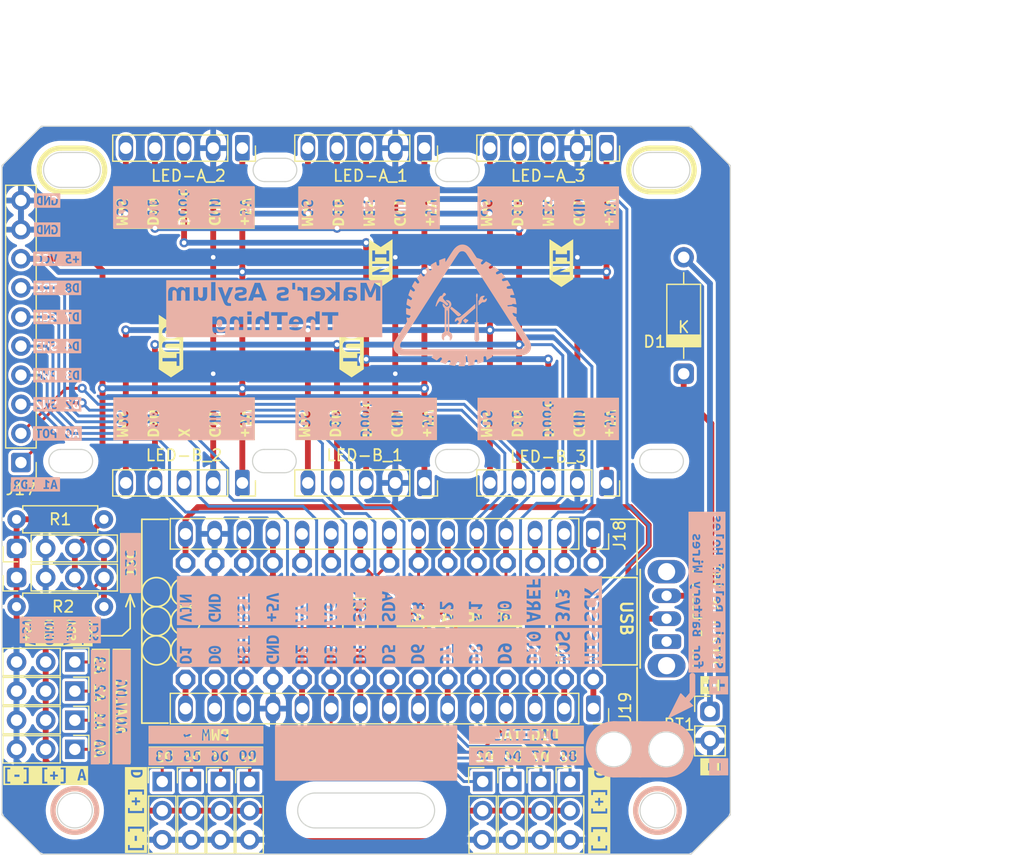
<source format=kicad_pcb>
(kicad_pcb (version 20240108) (generator "pcbnew") (generator_version "8.0")
  (title_block (title "TheThing") (date "2024-09-02") (rev "v5") (company "Maker's Asylum"))
  (layers (0 "F.Cu" signal) (31 "B.Cu" signal) (36 "B.SilkS" user "B.Silkscreen") (37 "F.SilkS" user "F.Silkscreen") (38 "B.Mask" user) (39 "F.Mask" user) (44 "Edge.Cuts" user))
  (net 0 "")
  (net 1 "/SCL")
  (net 2 "/SDA")
  (net 3 "GND")
  (net 4 "5V")
  (net 5 "/D5")
  (net 6 "/D6")
  (net 7 "D2")
  (net 8 "D4")
  (net 9 "/D9")
  (net 10 "/D10")
  (net 11 "/MOSI")
  (net 12 "/MISO")
  (net 13 "/SCK")
  (net 14 "/RST1")
  (net 15 "/D0")
  (net 16 "/D1")
  (net 17 "/A7")
  (net 18 "/A6")
  (net 19 "/A3")
  (net 20 "/A2")
  (net 21 "D7")
  (net 22 "D8")
  (net 23 "/AREF")
  (net 24 "/3V3")
  (net 25 "/VIN")
  (net 26 "/9V")
  (net 27 "/8V3")
  (net 28 "/DOUT")
  (net 29 "D3")
  (net 30 "A0")
  (net 31 "A1")
  (net 32 "Net-(LED-B_2-Pin_3)")
  (footprint "BagTag:PinHeader_1x03_P2.54mm_Vertical" (layer "F.Cu") (at 66.04 101.615)
    (property "Reference" "J10" (hide yes))
    (property "Value" "Conn_01x03" (hide yes))
  )
  (footprint "BagTag:PinHeader_1x03_P2.54mm_Vertical" (layer "F.Cu") (at 58.42 101.615)
    (property "Reference" "J7" (hide yes))
    (property "Value" "Conn_01x03" (hide yes))
  )
  (footprint "BagTag:PinHeader_1x01_P2.54mm_Vertical" (layer "F.Cu") (at 88.392 82.55 180)
    (property "Reference" "J43" (hide yes))
    (property "Value" "A0" (hide yes))
  )
  (footprint "BagTag:kibuzzard-67ACF252" (layer "F.Cu") (at 76.454 51.562 -90)
    (property "Reference" "kibuzzard-67ACF252" (hide yes))
    (property "Value" "G***" (hide yes))
  )
  (footprint "BagTag:kibuzzard-67A10623" (layer "F.Cu") (at 49.403 88.773 -90)
    (property "Reference" "kibuzzard-67A10623" (hide yes))
    (property "Value" "G***" (hide yes))
  )
  (footprint "BagTag:PinHeader_1x01_P2.54mm_Vertical" (layer "F.Cu") (at 90.932 82.55 180)
    (property "Reference" "J44" (hide yes))
    (property "Value" "AREF" (hide yes))
  )
  (footprint "BagTag:PinSocket_1x05_P2.54mm_Vertical" (layer "F.Cu") (at 97.155 75.565 -90)
    (property "Reference" "LED-B_3")
    (property "Value" "Conn_01x05" (hide yes))
  )
  (footprint "BagTag:kibuzzard-67AA2F3D" (layer "F.Cu") (at 48.26 101.092)
    (property "Reference" "kibuzzard-67AA2F3D" (hide yes))
    (property "Value" "G***" (hide yes))
  )
  (footprint "BagTag:PinHeader_1x01_P2.54mm_Vertical" (layer "F.Cu") (at 80.772 82.55 180)
    (property "Reference" "J40" (hide yes))
    (property "Value" "A3" (hide yes))
  )
  (footprint "BagTag:kibuzzard-67ACF32A" (layer "F.Cu") (at 76.2 69.977 -90)
    (property "Reference" "kibuzzard-67ACF32A" (hide yes))
    (property "Value" "G***" (hide yes))
  )
  (footprint "BagTag:PinHeader_1x03_P2.54mm_Vertical" (layer "F.Cu") (at 50.8 93.726 -90)
    (property "Reference" "J13" (hide yes))
    (property "Value" "Conn_01x03" (hide yes))
  )
  (footprint "BagTag:PinHeader_1x03_P2.54mm_Vertical" (layer "F.Cu") (at 93.98 101.615)
    (property "Reference" "J6" (hide yes))
    (property "Value" "Conn_01x03" (hide yes))
  )
  (footprint "BagTag:PinHeader_1x01_P2.54mm_Vertical" (layer "F.Cu") (at 68.072 92.71 180)
    (property "Reference" "J49" (hide yes))
    (property "Value" "GND2" (hide yes))
  )
  (footprint "BagTag:kibuzzard-67ACF32A" (layer "F.Cu") (at 92.075 69.977 -90)
    (property "Reference" "kibuzzard-67ACF32A" (hide yes))
    (property "Value" "G***" (hide yes))
  )
  (footprint "BagTag:PinHeader_1x01_P2.54mm_Vertical" (layer "F.Cu") (at 85.852 82.55 180)
    (property "Reference" "J42" (hide yes))
    (property "Value" "A1" (hide yes))
  )
  (footprint "BagTag:PinHeader_1x03_P2.54mm_Vertical" (layer "F.Cu") (at 50.8 98.806 -90)
    (property "Reference" "J11" (hide yes))
    (property "Value" "Conn_01x03" (hide yes))
  )
  (footprint "BagTag:kibuzzard-67A1FD26" (layer "F.Cu") (at 96.52 104.14 -90)
    (property "Reference" "kibuzzard-67A1FD26" (hide yes))
    (property "Value" "G***" (hide yes))
  )
  (footprint "BagTag:PinHeader_1x01_P2.54mm_Vertical" (layer "F.Cu") (at 70.612 92.71 180)
    (property "Reference" "J20" (hide yes))
    (property "Value" "D2" (hide yes))
  )
  (footprint "BagTag:kibuzzard-67ACF094" (layer "F.Cu") (at 60.325 51.562 -90)
    (property "Reference" "kibuzzard-67ACF094" (hide yes))
    (property "Value" "G***" (hide yes))
  )
  (footprint "BagTag:PinHeader_1x10_P2.54mm_Vertical" (layer "F.Cu") (at 46.101 73.787 180)
    (property "Reference" "J17")
    (property "Value" "Conn_01x10" (hide yes))
  )
  (footprint "BagTag:PinHeader_1x03_P2.54mm_Vertical" (layer "F.Cu") (at 91.44 101.615)
    (property "Reference" "J5" (hide yes))
    (property "Value" "Conn_01x03" (hide yes))
  )
  (footprint "BagTag:PinSocket_1x15_P2.54mm_Vertical" (layer "F.Cu") (at 96.012 80.01 -90)
    (property "Reference" "J18")
    (property "Value" "Conn_01x15" (hide yes))
  )
  (footprint "BagTag:PinSocket_1x05_P2.54mm_Vertical" (layer "F.Cu") (at 81.28 46.355 -90)
    (property "Reference" "LED-A_1")
    (property "Value" "Conn_01x05" (hide yes))
  )
  (footprint "BagTag:kibuzzard-67A1FC23" (layer "F.Cu") (at 62.23 97.536)
    (property "Reference" "kibuzzard-67A1FC23" (hide yes))
    (property "Value" "G***" (hide yes))
  )
  (footprint "BagTag:kibuzzard-67A1FC29" (layer "F.Cu") (at 62.23 99.3394)
    (property "Reference" "kibuzzard-67A1FC29" (hide yes))
    (property "Value" "G***" (hide yes))
  )
  (footprint "BagTag:PinHeader_1x01_P2.54mm_Vertical" (layer "F.Cu") (at 75.692 92.71 180)
    (property "Reference" "J22" (hide yes))
    (property "Value" "D4" (hide yes))
  )
  (footprint "BagTag:kibuzzard-67ACF252" (layer "F.Cu") (at 92.075 51.562 -90)
    (property "Reference" "kibuzzard-67ACF252" (hide yes))
    (property "Value" "G***" (hide yes))
  )
  (footprint "BagTag:PinHeader_1x01_P2.54mm_Vertical" (layer "F.Cu") (at 78.232 82.55 180)
    (property "Reference" "J39" (hide yes))
    (property "Value" "A4" (hide yes))
  )
  (footprint "BagTag:PinHeader_1x01_P2.54mm_Vertical" (layer "F.Cu") (at 73.152 82.55 180)
    (property "Reference" "J37" (hide yes))
    (property "Value" "A6" (hide yes))
  )
  (footprint "BagTag:PinHeader_1x02_P2.54mm_Vertical" (layer "F.Cu") (at 106.177 95.504)
    (property "Reference" "BT1")
    (property "Value" "Bat")
  )
  (footprint "BagTag:kibuzzard-6461CA60" (layer "F.Cu") (at 77.47 56.388 -90)
    (property "Reference" "kibuzzard-6461CA60" (hide yes))
    (property "Value" "G***" (hide yes))
  )
  (footprint "BagTag:PinHeader_1x04_P2.54mm_Vertical" (layer "F.Cu") (at 45.72 83.82 90)
    (property "Reference" "J2" (hide yes))
    (property "Value" "Conn_I2C" (hide yes))
  )
  (footprint "BagTag:kibuzzard-67ACFF51" (layer "F.Cu") (at 84.328 87.376)
    (property "Reference" "kibuzzard-67ACFF51" (hide yes))
    (property "Value" "G***" (hide yes))
  )
  (footprint "BagTag:PinHeader_1x01_P2.54mm_Vertical" (layer "F.Cu") (at 93.472 92.71 180)
    (property "Reference" "J29" (hide yes))
    (property "Value" "D11" (hide yes))
  )
  (footprint "BagTag:PinHeader_1x01_P2.54mm_Vertical" (layer "F.Cu") (at 93.472 82.55 180)
    (property "Reference" "J47" (hide yes))
    (property "Value" "3V3" (hide yes))
  )
  (footprint "BagTag:PinHeader_1x01_P2.54mm_Vertical" (layer "F.Cu") (at 78.232 92.71 180)
    (property "Reference" "J23" (hide yes))
    (property "Value" "D5" (hide yes))
  )
  (footprint "BagTag:PinHeader_1x01_P2.54mm_Vertical" (layer "F.Cu") (at 90.932 92.71 180)
    (property "Reference" "J28" (hide yes))
    (property "Value" "D10" (hide yes))
  )
  (footprint "BagTag:PinSocket_1x05_P2.54mm_Vertical" (layer "F.Cu") (at 81.28 75.565 -90)
    (property "Reference" "LED-B_1")
    (property "Value" "Conn_01x05" (hide yes))
  )
  (footprint "BagTag:PinHeader_1x01_P2.54mm_Vertical" (layer "F.Cu") (at 62.992 92.71 180)
    (property "Reference" "J34" (hide yes))
    (property "Value" "D0" (hide yes))
  )
  (footprint "BagTag:PinHeader_1x04_P2.54mm_Vertical" (layer "F.Cu") (at 45.72 81.28 90)
    (property "Reference" "J1" (hide yes))
    (property "Value" "Conn_I2C" (hide yes))
  )
  (footprint "BagTag:PinSocket_1x05_P2.54mm_Vertical" (layer "F.Cu") (at 65.405 46.355 -90)
    (property "Reference" "LED-A_2")
    (property "Value" "Conn_01x05" (hide yes))
  )
  (footprint "BagTag:PinHeader_1x01_P2.54mm_Vertical" (layer "F.Cu") (at 65.532 92.71 180)
    (property "Reference" "J33" (hide yes))
    (property "Value" "RST1" (hide yes))
  )
  (footprint "BagTag:PinHeader_1x01_P2.54mm_Vertical" (layer "F.Cu") (at 70.612 82.55 180)
    (property "Reference" "J36" (hide yes))
    (property "Value" "A7" (hide yes))
  )
  (footprint "BagTag:PinHeader_1x01_P2.54mm_Vertical" (layer "F.Cu") (at 62.992 82.55 180)
    (property "Reference" "J48" (hide yes))
    (property "Value" "GND1" (hide yes))
  )
  (footprint "BagTag:kibuzzard-6461CA60" (layer "F.Cu") (at 93.218 56.388 -90)
    (property "Reference" "kibuzzard-6461CA60" (hide yes))
    (property "Value" "G***" (hide yes))
  )
  (footprint "BagTag:PinSocket_1x05_P2.54mm_Vertical" (layer "F.Cu") (at 97.155 46.355 -90)
    (property "Reference" "LED-A_3")
    (property "Value" "Conn_01x05" (hide yes))
  )
  (footprint "BagTag:PinHeader_1x01_P2.54mm_Vertical" (layer "F.Cu") (at 85.852 92.71 180)
    (property "Reference" "J26" (hide yes))
    (property "Value" "D8" (hide yes))
  )
  (footprint "BagTag:PinHeader_1x03_P2.54mm_Vertical" (layer "F.Cu") (at 50.8 96.266 -90)
    (property "Reference" "J12" (hide yes))
    (property "Value" "Conn_01x03" (hide yes))
  )
  (footprint "BagTag:PinHeader_1x01_P2.54mm_Vertical" (layer "F.Cu") (at 68.072 82.55 180)
    (property "Reference" "J46" (hide yes))
    (property "Value" "5V" (hide yes))
  )
  (footprint "BagTag:PinHeader_1x01_P2.54mm_Vertical" (layer "F.Cu") (at 73.152 92.71 180)
    (property "Reference" "J21" (hide yes))
    (property "Value" "D3" (hide yes))
  )
  (footprint "BagTag:PinHeader_1x03_P2.54mm_Vertical" (layer "F.Cu") (at 86.36 101.615)
    (property "Reference" "J3" (hide yes))
    (property "Value" "Conn_01x03" (hide yes))
  )
  (footprint "BagTag:kibuzzard-64612FED" (layer "F.Cu") (at 106.172 100.33 -90)
    (property "Reference" "kibuzzard-64612FED" (hide yes))
    (property "Value" "G***" (hide yes))
  )
  (footprint "BagTag:kibuzzard-67A2291F" (layer "F.Cu") (at 54.8894 95.0214 -90)
    (property "Reference" "kibuzzard-67A2291F" (hide yes))
    (property "Value" "G***" (hide yes))
  )
  (footprint "BagTag:kibuzzard-67A1FC51" (layer "F.Cu") (at 90.17 99.3394)
    (property "Reference" "kibuzzard-67A1FC51" (hide yes))
    (property "Value" "G***" (hide yes))
  )
  (footprint "BagTag:PinSocket_1x05_P2.54mm_Vertical" (layer "F.Cu") (at 65.405 75.565 -90)
    (property "Reference" "LED-B_2")
    (property "Value" "Conn_01x05" (hide yes))
  )
  (footprint "BagTag:PinHeader_1x01_P2.54mm_Vertical" (layer "F.Cu") (at 83.312 82.55 180)
    (property "Reference" "J41" (hide yes))
    (property "Value" "A2" (hide yes))
  )
  (footprint "BagTag:kibuzzard-67A22935" (layer "F.Cu") (at 53.0606 95.0214 -90)
    (property "Reference" "kibuzzard-67A22935" (hide yes))
    (property "Value" "G***" (hide yes))
  )
  (footprint "BagTag:kibuzzard-6461CA59" (layer "F.Cu") (at 74.93 63.627 -90)
    (property "Reference" "kibuzzard-6461CA59" (hide yes))
    (property "Value" "G***" (hide yes))
  )
  (footprint "BagTag:R_Axial_DIN0207_L6.3mm_D2.5mm_P7.62mm_Horizontal" (layer "F.Cu") (at 45.72 86.36)
    (property "Reference" "R2")
    (property "Value" "10k")
  )
  (footprint "BagTag:PinHeader_1x01_P2.54mm_Vertical" (layer "F.Cu") (at 96.012 82.55 180)
    (property "Reference" "J31" (hide yes))
    (property "Value" "D13" (hide yes))
  )
  (footprint "BagTag:PinHeader_1x01_P2.54mm_Vertical" (layer "F.Cu") (at 96.012 92.71 180)
    (property "Reference" "J30" (hide yes))
    (property "Value" "D12" (hide yes))
  )
  (footprint "BagTag:PinHeader_1x03_P2.54mm_Vertical" (layer "F.Cu") (at 88.9 101.615)
    (property "Reference" "J4" (hide yes))
    (property "Value" "Conn_01x03" (hide yes))
  )
  (footprint "BagTag:PinHeader_1x01_P2.54mm_Vertical" (layer "F.Cu") (at 80.772 92.71 180)
    (property "Reference" "J24" (hide yes))
    (property "Value" "D6" (hide yes))
  )
  (footprint "BagTag:PinHeader_1x01_P2.54mm_Vertical" (layer "F.Cu") (at 88.392 92.71 180)
    (property "Reference" "J27" (hide yes))
    (property "Value" "D9" (hide yes))
  )
  (footprint "BagTag:PinHeader_1x03_P2.54mm_Vertical" (layer "F.Cu") (at 63.5 101.615)
    (property "Reference" "J9" (hide yes))
    (property "Value" "Conn_01x03" (hide yes))
  )
  (footprint "BagTag:kibuzzard-6640C3B8" (layer "F.Cu") (at 55.626 82.55 -90)
    (property "Reference" "kibuzzard-6640C3B8" (hide yes))
    (property "Value" "G***" (hide yes))
  )
  (footprint "BagTag:SW_CuK_OS102011MA1QN1_SPDT_Angled" (layer "F.Cu") (at 102.394 89.408 90)
    (property "Reference" "SW1")
    (property "Value" "ON")
  )
  (footprint "BagTag:PinHeader_1x01_P2.54mm_Vertical" (layer "F.Cu") (at 60.452 82.55 180)
    (property "Reference" "J45" (hide yes))
    (property "Value" "VIN" (hide yes))
  )
  (footprint "BagTag:PinHeader_1x01_P2.54mm_Vertical" (layer "F.Cu") (at 75.692 82.55 180)
    (property "Reference" "J38" (hide yes))
    (property "Value" "A5" (hide yes))
  )
  (footprint "BagTag:kibuzzard-64612FA6" (layer "F.Cu") (at 106.172 93.218 -90)
    (property "Reference" "kibuzzard-64612FA6" (hide yes))
    (property "Value" "G***" (hide yes))
  )
  (footprint "BagTag:kibuzzard-67ACF4D0" (layer "F.Cu") (at 60.325 69.977 -90)
    (property "Reference" "kibuzzard-67ACF4D0" (hide yes))
    (property "Value" "G***" (hide yes))
  )
  (footprint "BagTag:PinHeader_1x01_P2.54mm_Vertical" (layer "F.Cu") (at 83.312 92.71 180)
    (property "Reference" "J25" (hide yes))
    (property "Value" "D7" (hide yes))
  )
  (footprint "BagTag:PinSocket_1x15_P2.54mm_Vertical" (layer "F.Cu") (at 96.012 95.25 -90)
    (property "Reference" "J19")
    (property "Value" "Conn_01x15" (hide yes))
  )
  (footprint "BagTag:kibuzzard-6461CA59" (layer "F.Cu") (at 59.182 63.627 -90)
    (property "Reference" "kibuzzard-6461CA59" (hide yes))
    (property "Value" "G***" (hide yes))
  )
  (footprint "BagTag:PinHeader_1x03_P2.54mm_Vertical" (layer "F.Cu") (at 60.96 101.615)
    (property "Reference" "J8" (hide yes))
    (property "Value" "Conn_01x03" (hide yes))
  )
  (footprint "BagTag:PinHeader_1x03_P2.54mm_Vertical" (layer "F.Cu") (at 50.8 91.186 -90)
    (property "Reference" "J14" (hide yes))
    (property "Value" "Conn_01x03" (hide yes))
  )
  (footprint "BagTag:PinHeader_1x01_P2.54mm_Vertical" (layer "F.Cu") (at 60.452 92.71 180)
    (property "Reference" "J35" (hide yes))
    (property "Value" "D1" (hide yes))
  )
  (footprint "BagTag:kibuzzard-67A1FC5E" (layer "F.Cu") (at 90.17 97.536)
    (property "Reference" "kibuzzard-67A1FC5E" (hide yes))
    (property "Value" "G***" (hide yes))
  )
  (footprint "BagTag:kibuzzard-67A1FCF1" (layer "F.Cu") (at 56.134 104.102934 -90)
    (property "Reference" "kibuzzard-67A1FCF1" (hide yes))
    (property "Value" "G***" (hide yes))
  )
  (footprint "BagTag:D_DO-41_SOD81_P10.16mm_Horizontal" (layer "F.Cu") (at 103.886 66.04 90)
    (property "Reference" "D1")
    (property "Value" "1N4001")
  )
  (footprint "BagTag:R_Axial_DIN0207_L6.3mm_D2.5mm_P7.62mm_Horizontal" (layer "F.Cu") (at 45.72 78.74)
    (property "Reference" "R1")
    (property "Value" "10k")
  )
  (footprint "BagTag:PinHeader_1x01_P2.54mm_Vertical" (layer "F.Cu") (at 65.532 82.55 180)
    (property "Reference" "J32" (hide yes))
    (property "Value" "RST1" (hide yes))
  )
  (footprint "BagTag:kibuzzard-67A121CB" (layer "B.Cu") (at 49.276 71.247 180)
    (property "Reference" "kibuzzard-67A121CB" (hide yes))
    (property "Value" "G***" (hide yes))
  )
  (footprint "BagTag:kibuzzard-64612FA6" (layer "B.Cu") (at 106.934 93.218 -90)
    (property "Reference" "kibuzzard-64612FA6" (hide yes))
    (property "Value" "G***" (hide yes))
  )
  (footprint "BagTag:kibuzzard-67A20268" (layer "B.Cu") (at 52.9844 95.123 90)
    (property "Reference" "kibuzzard-67A20268" (hide yes))
    (property "Value" "G***" (hide yes))
  )
  (footprint "BagTag:kibuzzard-67A20238" (layer "B.Cu") (at 90.17 97.536 180)
    (property "Reference" "kibuzzard-67A20238" (hide yes))
    (property "Value" "G***" (hide yes))
  )
  (footprint "BagTag:kibuzzard-67ACF252" (layer "B.Cu") (at 76.454 51.562 90)
    (property "Reference" "kibuzzard-67ACF252" (hide yes))
    (property "Value" "G***" (hide yes))
  )
  (footprint "BagTag:kibuzzard-6640C3B8" (layer "B.Cu") (at 55.67244 82.55 90)
    (property "Reference" "kibuzzard-6640C3B8" (hide yes))
    (property "Value" "G***" (hide yes))
  )
  (footprint "BagTag:kibuzzard-67A12264" (layer "B.Cu") (at 49.276 61.087 180)
    (property "Reference" "kibuzzard-67A12264" (hide yes))
    (property "Value" "G***" (hide yes))
  )
  (footprint "BagTag:kibuzzard-66412AF8" (layer "B.Cu") (at 105.918 85.09 90)
    (property "Reference" "kibuzzard-66412AF8" (hide yes))
    (property "Value" "G***" (hide yes))
  )
  (footprint "BagTag:kibuzzard-67A20273" (layer "B.Cu") (at 54.864 95.123 90)
    (property "Reference" "kibuzzard-67A20273" (hide yes))
    (property "Value" "G***" (hide yes))
  )
  (footprint "BagTag:kibuzzard-67A11942" (layer "B.Cu") (at 49.53 88.392 90)
    (property "Reference" "kibuzzard-67A11942" (hide yes))
    (property "Value" "G***" (hide yes))
  )
  (footprint "BagTag:kibuzzard-67A1228F" (layer "B.Cu") (at 49.276 58.547 180)
    (property "Reference" "kibuzzard-67A1228F" (hide yes))
    (property "Value" "G***" (hide yes))
  )
  (footprint "BagTag:kibuzzard-67A121F4" (layer "B.Cu") (at 49.276 66.167 180)
    (property "Reference" "kibuzzard-67A121F4" (hide yes))
    (property "Value" "G***" (hide yes))
  )
  (footprint "BagTag:kibuzzard-67A11ADA" (layer "B.Cu") (at 47.371 75.692 180)
    (property "Reference" "kibuzzard-67A11ADA" (hide yes))
    (property "Value" "G***" (hide yes))
  )
  (footprint "BagTag:kibuzzard-67A122B8" (layer "B.Cu") (at 48.387 50.927 180)
    (property "Reference" "kibuzzard-67A122B8" (hide yes))
    (property "Value" "G***" (hide yes))
  )
  (footprint "BagTag:kibuzzard-67ACF094" (layer "B.Cu") (at 60.301777 51.514342 90)
    (property "Reference" "kibuzzard-67ACF094" (hide yes))
    (property "Value" "G***" (hide yes))
  )
  (footprint "BagTag:kibuzzard-67ACF252" (layer "B.Cu") (at 92.075 51.562 90)
    (property "Reference" "kibuzzard-67ACF252" (hide yes))
    (property "Value" "G***" (hide yes))
  )
  (footprint "BagTag:kibuzzard-67A20214" (layer "B.Cu") (at 62.23 99.4156 180)
    (property "Reference" "kibuzzard-67A20214" (hide yes))
    (property "Value" "G***" (hide yes))
  )
  (footprint "BagTag:kibuzzard-67A201FA" (layer "B.Cu") (at 62.23 97.536 180)
    (property "Reference" "kibuzzard-67A201FA" (hide yes))
    (property "Value" "G***" (hide yes))
  )
  (footprint "BagTag:kibuzzard-67ACF32A" (layer "B.Cu") (at 92.075 69.977 90)
    (property "Reference" "kibuzzard-67ACF32A" (hide yes))
    (property "Value" "G***" (hide yes))
  )
  (footprint "BagTag:kibuzzard-67A122C1" (layer "B.Cu") (at 48.387 53.467 180)
    (property "Reference" "kibuzzard-67A122C1" (hide yes))
    (property "Value" "G***" (hide yes))
  )
  (footprint "BagTag:kibuzzard-67A2022B" (layer "B.Cu") (at 90.17 99.4156 180)
    (property "Reference" "kibuzzard-67A2022B" (hide yes))
    (property "Value" "G***" (hide yes))
  )
  (footprint "BagTag:kibuzzard-67ACF4D0" (layer "B.Cu") (at 60.325 69.977 90)
    (property "Reference" "kibuzzard-67ACF4D0" (hide yes))
    (property "Value" "G***" (hide yes))
  )
  (footprint "BagTag:kibuzzard-67A121DF" (layer "B.Cu") (at 49.276 68.707 180)
    (property "Reference" "kibuzzard-67A121DF" (hide yes))
    (property "Value" "G***" (hide yes))
  )
  (footprint "BagTag:MA_logo_12mmx10mm" (layer "B.Cu") (at 84.582 60.071 180)
    (property "Reference" "G***" (hide yes))
    (property "Value" "LOGO" (hide yes))
  )
  (footprint "BagTag:kibuzzard-6461377A" (layer "B.Cu") (at 78.232 89.916 90)
    (property "Reference" "kibuzzard-6461377A" (hide yes))
    (property "Value" "G***" (hide yes))
  )
  (footprint "BagTag:kibuzzard-64612FED" (layer "B.Cu") (at 106.934 100.33 -90)
    (property "Reference" "kibuzzard-64612FED" (hide yes))
    (property "Value" "G***" (hide yes))
  )
  (footprint "BagTag:kibuzzard-6461376B" (layer "B.Cu") (at 78.232 85.8266 90)
    (property "Reference" "kibuzzard-6461376B" (hide yes))
    (property "Value" "G***" (hide yes))
  )
  (footprint "BagTag:kibuzzard-67A12228" (layer "B.Cu") (at 49.276 63.627 180)
    (property "Reference" "kibuzzard-67A12228" (hide yes))
    (property "Value" "G***" (hide yes))
  )
  (footprint "BagTag:kibuzzard-67A122A3" (layer "B.Cu") (at 49.276 56.007 180)
    (property "Reference" "kibuzzard-67A122A3" (hide yes))
    (property "Value" "G***" (hide yes))
  )
  (footprint "BagTag:kibuzzard-67ACF32A" (layer "B.Cu") (at 76.2 69.977 90)
    (property "Reference" "kibuzzard-67ACF32A" (hide yes))
    (property "Value" "G***" (hide yes))
  )
  (gr_line (start 100.076 100.806) (end 100.076 96.806) (stroke (width 0.9)) (layer "B.SilkS"))
  (gr_circle (center 101.6 104.14) (end 103.505 104.14) (stroke (width 0.4572)) (fill none) (layer "B.SilkS"))
  (gr_line (start 102.362 100.806) (end 97.79 100.806) (stroke (width 0.9)) (layer "B.SilkS"))
  (gr_rect (start 68.326 96.774) (end 84.074 101.473) (stroke (width 0.15)) (fill solid) (layer "B.SilkS"))
  (gr_line (start 104.648 92.3798) (end 104.648 93.98) (stroke (width 0.5)) (layer "B.SilkS"))
  (gr_circle (center 97.79 98.806) (end 95.79 98.806) (stroke (width 0.9)) (fill none) (layer "B.SilkS"))
  (gr_poly (pts (xy 102.616 96.012) (xy 103.632 93.98) (xy 104.648 94.996)) (stroke (width 0.127)) (fill solid) (layer "B.SilkS"))
  (gr_line (start 104.648 93.98) (end 103.886 94.869) (stroke (width 0.5)) (layer "B.SilkS"))
  (gr_circle (center 50.8 104.14) (end 52.705 104.14) (stroke (width 0.4572)) (fill none) (layer "B.SilkS"))
  (gr_circle (center 102.362 98.806) (end 100.362 98.806) (stroke (width 0.9)) (fill none) (layer "B.SilkS"))
  (gr_line (start 102.362 96.806) (end 97.79 96.806) (stroke (width 0.9)) (layer "B.SilkS"))
  (gr_line (start 92.964 91.44) (end 92.964 89.662) (stroke (width 0.15)) (layer "F.SilkS"))
  (gr_line (start 55.626 85.344) (end 56.007 86.36) (stroke (width 0.15)) (layer "F.SilkS"))
  (gr_arc (start 51.5 46.355) (mid 53.405 48.26) (end 51.5 50.165) (stroke (width 0.4572)) (layer "F.SilkS"))
  (gr_line (start 102.865 50.165) (end 101 50.165) (stroke (width 0.4572)) (layer "F.SilkS"))
  (gr_line (start 92.456 89.662) (end 92.456 85.598) (stroke (width 0.15)) (layer "F.SilkS"))
  (gr_circle (center 50.8 104.14) (end 48.895 104.14) (stroke (width 0.4572)) (fill none) (layer "F.SilkS"))
  (gr_line (start 54.9275 88.9) (end 55.626 88.265) (stroke (width 0.15)) (layer "F.SilkS"))
  (gr_line (start 99.822 91.44) (end 92.964 91.44) (stroke (width 0.15)) (layer "F.SilkS"))
  (gr_line (start 55.626 85.344) (end 55.245 86.36) (stroke (width 0.15)) (layer "F.SilkS"))
  (gr_line (start 56.642 96.52) (end 58.928 96.52) (stroke (width 0.15)) (layer "F.SilkS"))
  (gr_line (start 58.928 78.74) (end 56.642 78.74) (stroke (width 0.15)) (layer "F.SilkS"))
  (gr_line (start 49.6 46.355) (end 51.5 46.355) (stroke (width 0.4572)) (layer "F.SilkS"))
  (gr_line (start 92.964 89.662) (end 92.456 89.662) (stroke (width 0.15)) (layer "F.SilkS"))
  (gr_circle (center 57.912 90.17) (end 57.912 88.9) (stroke (width 0.15)) (fill none) (layer "F.SilkS"))
  (gr_line (start 92.456 85.598) (end 92.964 85.598) (stroke (width 0.15)) (layer "F.SilkS"))
  (gr_line (start 92.964 85.598) (end 92.964 83.82) (stroke (width 0.15)) (layer "F.SilkS"))
  (gr_line (start 101 46.355) (end 102.9 46.355) (stroke (width 0.4572)) (layer "F.SilkS"))
  (gr_arc (start 101 50.165) (mid 99.095 48.26) (end 101 46.355) (stroke (width 0.4572)) (layer "F.SilkS"))
  (gr_line (start 92.964 83.82) (end 99.822 83.82) (stroke (width 0.15)) (layer "F.SilkS"))
  (gr_line (start 55.626 88.265) (end 55.626 85.344) (stroke (width 0.15)) (layer "F.SilkS"))
  (gr_rect (start 74.168 85.598) (end 77.216 88.646) (stroke (width 0.15)) (fill none) (layer "F.SilkS"))
  (gr_circle (center 57.912 85.09) (end 59.182 85.09) (stroke (width 0.15)) (fill none) (layer "F.SilkS"))
  (gr_line (start 97.536 78.74) (end 99.822 78.74) (stroke (width 0.15)) (layer "F.SilkS"))
  (gr_line (start 51.5 50.165) (end 49.6 50.165) (stroke (width 0.4572)) (layer "F.SilkS"))
  (gr_circle (center 57.912 87.63) (end 59.182 87.63) (stroke (width 0.15)) (fill none) (layer "F.SilkS"))
  (gr_circle (center 75.692 87.122) (end 76.581 87.122) (stroke (width 0.15)) (fill none) (layer "F.SilkS"))
  (gr_line (start 56.642 78.74) (end 56.642 96.52) (stroke (width 0.15)) (layer "F.SilkS"))
  (gr_arc (start 102.9 46.355) (mid 104.805 48.26) (end 102.9 50.165) (stroke (width 0.4572)) (layer "F.SilkS"))
  (gr_circle (center 60.452 90.17) (end 59.182 90.17) (stroke (width 0.15)) (fill none) (layer "F.SilkS"))
  (gr_circle (center 60.452 85.09) (end 59.182 85.09) (stroke (width 0.15)) (fill none) (layer "F.SilkS"))
  (gr_line (start 99.822 96.52) (end 99.822 91.694) (stroke (width 0.15)) (layer "F.SilkS"))
  (gr_line (start 99.822 78.74) (end 99.822 83.566) (stroke (width 0.15)) (layer "F.SilkS"))
  (gr_line (start 52.451 88.9) (end 54.9275 88.9) (stroke (width 0.15)) (layer "F.SilkS"))
  (gr_arc (start 49.6 50.165) (mid 47.695 48.26) (end 49.6 46.355) (stroke (width 0.4572)) (layer "F.SilkS"))
  (gr_circle (center 60.452 87.63) (end 60.452 86.36) (stroke (width 0.15)) (fill none) (layer "F.SilkS"))
  (gr_line (start 97.536 96.52) (end 99.822 96.52) (stroke (width 0.15)) (layer "F.SilkS"))
  (gr_line (start 99.822 83.82) (end 99.822 91.44) (stroke (width 0.15)) (layer "F.SilkS"))
  (gr_circle (center 101.6 104.14) (end 99.690771 104.14) (stroke (width 0.4572)) (fill none) (layer "F.SilkS"))
  (gr_line (start 85.0392 49.276) (end 83.2612 49.276) (stroke (width 0.1)) (layer "Edge.Cuts"))
  (gr_line (start 51.3334 74.676) (end 49.5554 74.676) (stroke (width 0.1)) (layer "Edge.Cuts"))
  (gr_line (start 71.755 102.616) (end 80.645 102.616) (stroke (width 0.1)) (layer "Edge.Cuts"))
  (gr_arc (start 49.6 49.784) (mid 48.076 48.26) (end 49.6 46.736) (stroke (width 0.1)) (layer "Edge.Cuts"))
  (gr_line (start 107.95 91.948) (end 107.95 47.879) (stroke (width 0.1)) (layer "Edge.Cuts"))
  (gr_line (start 65.278 107.95) (end 59.182 107.95) (stroke (width 0.1)) (layer "Edge.Cuts"))
  (gr_arc (start 102.9 46.736) (mid 104.424 48.26) (end 102.9 49.784) (stroke (width 0.1)) (layer "Edge.Cuts"))
  (gr_circle (center 50.8 104.14) (end 49.276 104.14) (stroke (width 0.1)) (fill none) (layer "Edge.Cuts"))
  (gr_arc (start 102.8446 72.644) (mid 103.8606 73.66) (end 102.8446 74.676) (stroke (width 0.1)) (layer "Edge.Cuts"))
  (gr_circle (center 97.79 98.806) (end 96.266 98.806) (stroke (width 0.1)) (fill none) (layer "Edge.Cuts"))
  (gr_arc (start 67.3608 49.276) (mid 66.3448 48.26) (end 67.3608 47.244) (stroke (width 0.1)) (layer "Edge.Cuts"))
  (gr_line (start 67.31 72.644) (end 69.088 72.644) (stroke (width 0.1)) (layer "Edge.Cuts"))
  (gr_line (start 67.3608 47.244) (end 69.1388 47.244) (stroke (width 0.1)) (layer "Edge.Cuts"))
  (gr_arc (start 51.3334 72.644) (mid 52.3494 73.66) (end 51.3334 74.676) (stroke (width 0.1)) (layer "Edge.Cuts"))
  (gr_line (start 107.95 104.521) (end 104.521 107.95) (stroke (width 0.1)) (layer "Edge.Cuts"))
  (gr_line (start 83.2612 47.244) (end 85.0392 47.244) (stroke (width 0.1)) (layer "Edge.Cuts"))
  (gr_line (start 93.218 107.95) (end 87.122 107.95) (stroke (width 0.1)) (layer "Edge.Cuts"))
  (gr_arc (start 85.0392 47.244) (mid 86.0552 48.26) (end 85.0392 49.276) (stroke (width 0.1)) (layer "Edge.Cuts"))
  (gr_line (start 83.2612 72.644) (end 85.0392 72.644) (stroke (width 0.1)) (layer "Edge.Cuts"))
  (gr_line (start 93.218 107.95) (end 104.521 107.95) (stroke (width 0.1)) (layer "Edge.Cuts"))
  (gr_line (start 107.95 96.012) (end 107.95 91.948) (stroke (width 0.1)) (layer "Edge.Cuts"))
  (gr_line (start 44.45 104.521) (end 47.879 107.95) (stroke (width 0.1)) (layer "Edge.Cuts"))
  (gr_arc (start 101.0666 74.676) (mid 100.0506 73.66) (end 101.0666 72.644) (stroke (width 0.1)) (layer "Edge.Cuts"))
  (gr_line (start 49.5554 72.644) (end 51.3334 72.644) (stroke (width 0.1)) (layer "Edge.Cuts"))
  (gr_line (start 47.879 44.45) (end 44.45 47.879) (stroke (width 0.1)) (layer "Edge.Cuts"))
  (gr_line (start 69.1388 49.276) (end 67.3608 49.276) (stroke (width 0.1)) (layer "Edge.Cuts"))
  (gr_arc (start 69.088 72.644) (mid 70.104 73.66) (end 69.088 74.676) (stroke (width 0.1)) (layer "Edge.Cuts"))
  (gr_arc (start 80.645 102.616) (mid 82.169 104.14) (end 80.645 105.664) (stroke (width 0.1)) (layer "Edge.Cuts"))
  (gr_line (start 59.182 107.95) (end 47.879 107.95) (stroke (width 0.1)) (layer "Edge.Cuts"))
  (gr_line (start 47.879 44.45) (end 104.521 44.45) (stroke (width 0.1)) (layer "Edge.Cuts"))
  (gr_circle (center 102.362 98.806) (end 100.838 98.806) (stroke (width 0.1)) (fill none) (layer "Edge.Cuts"))
  (gr_line (start 107.95 47.879) (end 104.521 44.45) (stroke (width 0.1)) (layer "Edge.Cuts"))
  (gr_arc (start 85.0392 72.644) (mid 86.0552 73.66) (end 85.0392 74.676) (stroke (width 0.1)) (layer "Edge.Cuts"))
  (gr_line (start 101.0666 72.644) (end 102.8446 72.644) (stroke (width 0.1)) (layer "Edge.Cuts"))
  (gr_line (start 85.0392 74.676) (end 83.2612 74.676) (stroke (width 0.1)) (layer "Edge.Cuts"))
  (gr_line (start 44.45 104.521) (end 44.45 96.012) (stroke (width 0.1)) (layer "Edge.Cuts"))
  (gr_line (start 102.8446 74.676) (end 101.0666 74.676) (stroke (width 0.1)) (layer "Edge.Cuts"))
  (gr_line (start 49.6 46.736) (end 51.5 46.736) (stroke (width 0.1)) (layer "Edge.Cuts"))
  (gr_arc (start 67.31 74.676) (mid 66.294 73.66) (end 67.31 72.644) (stroke (width 0.1)) (layer "Edge.Cuts"))
  (gr_arc (start 69.1388 47.244) (mid 70.1548 48.26) (end 69.1388 49.276) (stroke (width 0.1)) (layer "Edge.Cuts"))
  (gr_line (start 44.45 91.948) (end 44.45 47.879) (stroke (width 0.1)) (layer "Edge.Cuts"))
  (gr_arc (start 101 49.784) (mid 99.476 48.26) (end 101 46.736) (stroke (width 0.1)) (layer "Edge.Cuts"))
  (gr_circle (center 101.6 104.14) (end 100.076 104.14) (stroke (width 0.1)) (fill none) (layer "Edge.Cuts"))
  (gr_line (start 44.45 91.948) (end 44.45 96.012) (stroke (width 0.1)) (layer "Edge.Cuts"))
  (gr_line (start 51.5 49.784) (end 49.6 49.784) (stroke (width 0.1)) (layer "Edge.Cuts"))
  (gr_arc (start 71.755 105.664) (mid 70.231 104.14) (end 71.755 102.616) (stroke (width 0.1)) (layer "Edge.Cuts"))
  (gr_line (start 101 46.736) (end 102.9 46.736) (stroke (width 0.1)) (layer "Edge.Cuts"))
  (gr_line (start 102.9 49.784) (end 101 49.784) (stroke (width 0.1)) (layer "Edge.Cuts"))
  (gr_arc (start 51.5 46.736) (mid 53.024 48.26) (end 51.5 49.784) (stroke (width 0.1)) (layer "Edge.Cuts"))
  (gr_line (start 87.122 107.95) (end 65.278 107.95) (stroke (width 0.1)) (layer "Edge.Cuts"))
  (gr_line (start 69.088 74.676) (end 67.31 74.676) (stroke (width 0.1)) (layer "Edge.Cuts"))
  (gr_line (start 80.645 105.664) (end 71.755 105.664) (stroke (width 0.1)) (layer "Edge.Cuts"))
  (gr_arc (start 83.2612 74.676) (mid 82.2452 73.66) (end 83.2612 72.644) (stroke (width 0.1)) (layer "Edge.Cuts"))
  (gr_arc (start 49.5554 74.676) (mid 48.5394 73.66) (end 49.5554 72.644) (stroke (width 0.1)) (layer "Edge.Cuts"))
  (gr_line (start 107.95 104.521) (end 107.95 96.012) (stroke (width 0.1)) (layer "Edge.Cuts"))
  (gr_arc (start 83.2612 49.276) (mid 82.2452 48.26) (end 83.2612 47.244) (stroke (width 0.1)) (layer "Edge.Cuts"))
  (gr_text "Maker's Asylum\nTheThing" (at 68.199 62.484 0) (layer "B.SilkS" knockout) (effects (font (size 1.524 1.524)) (justify bottom mirror)))
  (gr_text "Maker's Asylum\nTheThing" (at 76.2 101.219 0) (layer "F.SilkS" knockout) (effects (font (size 1.27 1.27)) (justify bottom)))
  (gr_text "USB" (at 98.298 87.376 -90) (layer "F.SilkS") (effects (font (size 1 1) (thickness 0.2) (bold yes)) (justify bottom)))
  (segment (start 76.708 85.344) (end 74.295 87.757) (width 0.254) (layer "F.Cu") (net 1))
  (segment (start 52.07 87.122) (end 52.07 85.09) (width 0.254) (layer "F.Cu") (net 1))
  (segment (start 75.692 80.01) (end 75.692 82.55) (width 0.508) (layer "F.Cu") (net 1))
  (segment (start 52.705 87.757) (end 52.07 87.122) (width 0.254) (layer "F.Cu") (net 1))
  (segment (start 53.34 81.28) (end 53.34 83.82) (width 0.508) (layer "F.Cu") (net 1))
  (segment (start 76.708 83.566) (end 76.708 85.344) (width 0.254) (layer "F.Cu") (net 1))
  (segment (start 53.34 83.82) (end 53.34 86.36) (width 0.508) (layer "F.Cu") (net 1))
  (segment (start 74.295 87.757) (end 52.705 87.757) (width 0.254) (layer "F.Cu") (net 1))
  (segment (start 52.07 85.09) (end 53.34 83.82) (width 0.254) (layer "F.Cu") (net 1))
  (segment (start 75.692 82.55) (end 76.708 83.566) (width 0.254) (layer "F.Cu") (net 1))
  (segment (start 78.232 80.01) (end 78.232 82.55) (width 0.508) (layer "F.Cu") (net 2))
  (segment (start 50.8 83.82) (end 50.8 84.328) (width 0.254) (layer "F.Cu") (net 2))
  (segment (start 77.216 83.566) (end 78.232 82.55) (width 0.254) (layer "F.Cu") (net 2))
  (segment (start 50.8 83.82) (end 50.8 81.28) (width 0.508) (layer "F.Cu") (net 2))
  (segment (start 52.49458 88.265) (end 74.50542 88.265) (width 0.254) (layer "F.Cu") (net 2))
  (segment (start 77.216 85.55442) (end 77.216 83.566) (width 0.254) (layer "F.Cu") (net 2))
  (segment (start 74.50542 88.265) (end 77.216 85.55442) (width 0.254) (layer "F.Cu") (net 2))
  (segment (start 50.8 81.28) (end 53.34 78.74) (width 0.508) (layer "F.Cu") (net 2))
  (segment (start 51.562 85.09) (end 51.562 87.33242) (width 0.254) (layer "F.Cu") (net 2))
  (segment (start 50.8 84.328) (end 51.562 85.09) (width 0.254) (layer "F.Cu") (net 2))
  (segment (start 51.562 87.33242) (end 52.49458 88.265) (width 0.254) (layer "F.Cu") (net 2))
  (segment (start 94.615 75.565) (end 94.615 55.88) (width 0.508) (layer "F.Cu") (net 3))
  (segment (start 78.74 66.04) (end 78.74 75.565) (width 0.508) (layer "F.Cu") (net 3))
  (segment (start 62.865 75.565) (end 62.865 66.04) (width 0.508) (layer "F.Cu") (net 3))
  (segment (start 94.615 46.355) (end 94.615 55.88) (width 0.508) (layer "F.Cu") (net 3))
  (segment (start 78.74 66.04) (end 78.74 55.88) (width 0.508) (layer "F.Cu") (net 3))
  (segment (start 62.865 55.88) (end 62.865 46.355) (width 0.508) (layer "F.Cu") (net 3))
  (segment (start 78.74 46.355) (end 78.74 55.88) (width 0.508) (layer "F.Cu") (net 3))
  (segment (start 62.865 66.04) (end 62.865 55.88) (width 0.508) (layer "F.Cu") (net 3))
  (via (at 78.74 66.04) (size 0.8) (drill 0.4) (layers "F.Cu" "B.Cu") (net 3))
  (via (at 62.865 55.88) (size 0.8) (drill 0.4) (layers "F.Cu" "B.Cu") (net 3))
  (via (at 78.74 55.88) (size 0.8) (drill 0.4) (layers "F.Cu" "B.Cu") (net 3))
  (via (at 94.615 55.88) (size 0.8) (drill 0.4) (layers "F.Cu" "B.Cu") (net 3))
  (via (at 62.865 66.04) (size 0.8) (drill 0.4) (layers "F.Cu" "B.Cu") (net 3))
  (segment (start 68.072 97.028) (end 65.532 99.568) (width 0.508) (layer "B.Cu") (net 3))
  (segment (start 48.26 83.82) (end 48.26 81.28) (width 0.508) (layer "B.Cu") (net 3))
  (segment (start 62.865 55.88) (end 78.74 55.88) (width 0.508) (layer "B.Cu") (net 3))
  (segment (start 68.072 92.71) (end 68.072 95.25) (width 0.508) (layer "B.Cu") (net 3))
  (segment (start 48.26 83.82) (end 48.26 86.995) (width 0.508) (layer "B.Cu") (net 3))
  (segment (start 63.5 106.695) (end 60.96 106.695) (width 0.508) (layer "B.Cu") (net 3))
  (segment (start 45.72 99.822) (end 46.736 100.838) (width 0.508) (layer "B.Cu") (net 3))
  (segment (start 46.101 50.927) (end 46.101 53.467) (width 0.508) (layer "B.Cu") (net 3))
  (segment (start 54.61 99.568) (end 54.61 100.838) (width 0.508) (layer "B.Cu") (net 3))
  (segment (start 66.04 106.695) (end 69.992 106.695) (width 0.508) (layer "B.Cu") (net 3))
  (segment (start 45.72 93.726) (end 45.72 96.266) (width 0.508) (layer "B.Cu") (net 3))
  (segment (start 48.26 86.995) (end 45.72 89.535) (width 0.508) (layer "B.Cu") (net 3))
  (segment (start 63.5 106.695) (end 66.04 106.695) (width 0.508) (layer "B.Cu") (net 3))
  (segment (start 106.177 99.817) (end 104.902 101.092) (width 0.508) (layer "B.Cu") (net 3))
  (segment (start 56.403 106.695) (end 54.61 104.902) (width 0.508) (layer "B.Cu") (net 3))
  (segment (start 50.8 55.88) (end 48.387 53.467) (width 0.508) (layer "B.Cu") (net 3))
  (segment (start 58.42 106.695) (end 56.403 106.695) (width 0.508) (layer "B.Cu") (net 3))
  (segment (start 88.9 106.695) (end 86.36 106.695) (width 0.508) (layer "B.Cu") (net 3))
  (segment (start 97.79 102.616) (end 97.79 105.918) (width 0.508) (layer "B.Cu") (net 3))
  (segment (start 65.532 99.568) (end 54.61 99.568) (width 0.508) (layer "B.Cu") (net 3))
  (segment (start 45.72 96.266) (end 45.72 98.806) (width 0.508) (layer "B.Cu") (net 3))
  (segment (start 69.992 106.695) (end 70.485 107.188) (width 0.508) (layer "B.Cu") (net 3))
  (segment (start 60.96 106.695) (end 58.42 106.695) (width 0.508) (layer "B.Cu") (net 3))
  (segment (start 99.314 101.092) (end 97.79 102.616) (width 0.508) (layer "B.Cu") (net 3))
  (segment (start 45.72 98.806) (end 45.72 99.822) (width 0.508) (layer "B.Cu") (net 3))
  (segment (start 52.07 100.838) (end 53.34 99.568) (width 0.508) (layer "B.Cu") (net 3))
  (segment (start 106.177 98.044) (end 106.177 99.817) (width 0.508) (layer "B.Cu") (net 3))
  (segment (start 46.736 100.838) (end 52.07 100.838) (width 0.508) (layer "B.Cu") (net 3))
  (segment (start 104.902 101.092) (end 99.314 101.092) (width 0.508) (layer "B.Cu") (net 3))
  (segment (start 62.992 82.55) (end 62.992 88.138) (width 0.508) (layer "B.Cu") (net 3))
  (segment (start 62.865 55.88) (end 50.8 55.88) (width 0.508) (layer "B.Cu") (net 3))
  (segment (start 82.535 106.695) (end 86.36 106.695) (width 0.508) (layer "B.Cu") (net 3))
  (segment (start 78.74 66.04) (end 62.865 66.04) (width 0.508) (layer "B.Cu") (net 3))
  (segment (start 78.74 55.88) (end 94.615 55.88) (width 0.508) (layer "B.Cu") (net 3))
  (segment (start 97.79 105.918) (end 97.013 106.695) (width 0.508) (layer "B.Cu") (net 3))
  (segment (start 54.61 104.902) (end 54.61 100.838) (width 0.508) (layer "B.Cu") (net 3))
  (segment (start 93.98 106.695) (end 91.44 106.695) (width 0.508) (layer "B.Cu") (net 3))
  (segment (start 54.61 99.568) (end 54.61 91.186) (width 0.508) (layer "B.Cu") (net 3))
  (segment (start 48.387 53.467) (end 46.101 53.467) (width 0.508) (layer "B.Cu") (net 3))
  (segment (start 53.34 99.568) (end 54.61 99.568) (width 0.508) (layer "B.Cu") (net 3))
  (segment (start 45.72 91.186) (end 45.72 93.726) (width 0.508) (layer "B.Cu") (net 3))
  (segment (start 62.992 88.138) (end 61.468 89.662) (width 0.508) (layer "B.Cu") (net 3))
  (segment (start 68.072 95.25) (end 68.072 97.028) (width 0.508) (layer "B.Cu") (net 3))
  (segment (start 97.013 106.695) (end 93.98 106.695) (width 0.508) (layer "B.Cu") (net 3))
  (segment (start 91.44 106.695) (end 88.9 106.695) (width 0.508) (layer "B.Cu") (net 3))
  (segment (start 70.485 107.188) (end 82.042 107.188) (width 0.508) (layer "B.Cu") (net 3))
  (segment (start 82.042 107.188) (end 82.535 106.695) (width 0.508) (layer "B.Cu") (net 3))
  (segment (start 54.61 91.186) (end 56.134 89.662) (width 0.508) (layer "B.Cu") (net 3))
  (segment (start 45.72 89.535) (end 45.72 91.186) (width 0.508) (layer "B.Cu") (net 3))
  (segment (start 62.992 80.01) (end 62.992 82.55) (width 0.508) (layer "B.Cu") (net 3))
  (segment (start 56.134 89.662) (end 61.468 89.662) (width 0.508) (layer "B.Cu") (net 3))
  (segment (start 60.96 104.155) (end 58.42 104.155) (width 0.508) (layer "F.Cu") (net 4))
  (segment (start 70.231 106.807) (end 67.594 104.17) (width 0.508) (layer "F.Cu") (net 4))
  (segment (start 85.075 104.155) (end 82.423 106.807) (width 0.508) (layer "F.Cu") (net 4))
  (segment (start 45.72 83.82) (end 45.72 81.28) (width 0.508) (layer "F.Cu") (net 4))
  (segment (start 50.165 78.74) (end 45.72 78.74) (width 0.508) (layer "F.Cu") (net 4))
  (segment (start 56.896 84.455) (end 55.626 83.185) (width 0.508) (layer "F.Cu") (net 4))
  (segment (start 53.213 77.089) (end 53.213 67.31) (width 0.508) (layer "F.Cu") (net 4))
  (segment (start 48.26 96.266) (end 48.26 93.726) (width 0.508) (layer "F.Cu") (net 4))
  (segment (start 48.26 90.043) (end 45.72 87.503) (width 0.508) (layer "F.Cu") (net 4))
  (segment (start 67.594 104.17) (end 63.515 104.17) (width 0.508) (layer "F.Cu") (net 4))
  (segment (start 68.072 80.01) (end 68.072 82.55) (width 0.508) (layer "F.Cu") (net 4))
  (segment (start 86.36 104.155) (end 85.075 104.155) (width 0.508) (layer "F.Cu") (net 4))
  (segment (start 57.292 104.155) (end 58.42 104.155) (width 0.508) (layer "F.Cu") (net 4))
  (segment (start 45.72 86.36) (end 45.72 83.82) (width 0.508) (layer "F.Cu") (net 4))
  (segment (start 48.26 98.806) (end 48.26 96.266) (width 0.508) (layer "F.Cu") (net 4))
  (segment (start 53.594 100.457) (end 57.292 104.155) (width 0.508) (layer "F.Cu") (net 4))
  (segment (start 81.28 67.31) (end 81.28 75.565) (width 0.508) (layer "F.Cu") (net 4))
  (segment (start 81.28 46.355) (end 81.28 57.15) (width 0.508) (layer "F.Cu") (net 4))
  (segment (start 45.72 87.503) (end 45.72 86.36) (width 0.508) (layer "F.Cu") (net 4))
  (segment (start 91.44 104.155) (end 88.9 104.155) (width 0.508) (layer "F.Cu") (net 4))
  (segment (start 48.26 93.726) (end 48.26 91.186) (width 0.508) (layer "F.Cu") (net 4))
  (segment (start 68.072 83.693) (end 67.31 84.455) (width 0.508) (layer "F.Cu") (net 4))
  (segment (start 51.816 77.089) (end 50.165 78.74) (width 0.508) (layer "F.Cu") (net 4))
  (segment (start 82.423 106.807) (end 70.231 106.807) (width 0.508) (layer "F.Cu") (net 4))
  (segment (start 81.28 57.15) (end 81.28 67.31) (width 0.508) (layer "F.Cu") (net 4))
  (segment (start 65.405 57.15) (end 65.405 67.31) (width 0.508) (layer "F.Cu") (net 4))
  (segment (start 48.26 98.806) (end 48.26 99.822) (width 0.508) (layer "F.Cu") (net 4))
  (segment (start 45.72 81.28) (end 45.72 78.74) (width 0.508) (layer "F.Cu") (net 4))
  (segment (start 67.31 84.455) (end 56.896 84.455) (width 0.508) (layer "F.Cu") (net 4))
  (segment (start 93.98 104.155) (end 91.44 104.155) (width 0.508) (layer "F.Cu") (net 4))
  (segment (start 53.213 67.31) (end 53.213 57.023) (width 0.508) (layer "F.Cu") (net 4))
  (segment (start 63.5 104.155) (end 60.96 104.155) (width 0.508) (layer "F.Cu") (net 4))
  (segment (start 55.626 78.486) (end 54.229 77.089) (width 0.508) (layer "F.Cu") (net 4))
  (segment (start 65.405 57.15) (end 65.405 46.355) (width 0.508) (layer "F.Cu") (net 4))
  (segment (start 48.26 91.186) (end 48.26 90.043) (width 0.508) (layer "F.Cu") (net 4))
  (segment (start 88.9 104.155) (end 86.36 104.155) (width 0.508) (layer "F.Cu") (net 4))
  (segment (start 65.405 75.565) (end 65.405 67.31) (width 0.508) (layer "F.Cu") (net 4))
  (segment (start 97.155 46.355) (end 97.155 57.15) (width 0.508) (layer "F.Cu") (net 4))
  (segment (start 53.213 77.089) (end 51.816 77.089) (width 0.508) (layer "F.Cu") (net 4))
  (segment (start 48.26 99.822) (end 48.895 100.457) (width 0.508) (layer "F.Cu") (net 4))
  (segment (start 52.197 56.007) (end 46.101 56.007) (width 0.508) (layer "F.Cu") (net 4))
  (segment (start 53.213 57.023) (end 52.197 56.007) (width 0.508) (layer "F.Cu") (net 4))
  (segment (start 68.072 82.55) (end 68.072 83.693) (width 0.508) (layer "F.Cu") (net 4))
  (segment (start 55.626 83.185) (end 55.626 78.486) (width 0.508) (layer "F.Cu") (net 4))
  (segment (start 54.229 77.089) (end 53.213 77.089) (width 0.508) (layer "F.Cu") (net 4))
  (segment (start 97.155 75.565) (end 97.155 57.15) (width 0.508) (layer "F.Cu") (net 4))
  (segment (start 63.515 104.17) (end 63.5 104.155) (width 0.508) (layer "F.Cu") (net 4))
  (segment (start 48.895 100.457) (end 53.594 100.457) (width 0.508) (layer "F.Cu") (net 4))
  (via (at 53.213 67.31) (size 0.8) (drill 0.4) (layers "F.Cu" "B.Cu") (net 4))
  (via (at 81.28 57.15) (size 0.8) (drill 0.4) (layers "F.Cu" "B.Cu") (net 4))
  (via (at 65.405 67.31) (size 0.8) (drill 0.4) (layers "F.Cu" "B.Cu") (net 4))
  (via (at 81.28 67.31) (size 0.8) (drill 0.4) (layers "F.Cu" "B.Cu") (net 4))
  (via (at 97.155 57.15) (size 0.8) (drill 0.4) (layers "F.Cu" "B.Cu") (net 4))
  (via (at 65.405 57.15) (size 0.8) (drill 0.4) (layers "F.Cu" "B.Cu") (net 4))
  (segment (start 81.28 67.31) (end 65.405 67.31) (width 0.508) (layer "B.Cu") (net 4))
  (segment (start 81.28 57.15) (end 97.155 57.15) (width 0.508) (layer "B.Cu") (net 4))
  (segment (start 65.405 57.15) (end 49.403 57.15) (width 0.508) (layer "B.Cu") (net 4))
  (segment (start 65.405 57.15) (end 81.28 57.15) (width 0.508) (layer "B.Cu") (net 4))
  (segment (start 49.403 57.15) (end 48.26 56.007) (width 0.508) (layer "B.Cu") (net 4))
  (segment (start 65.405 67.31) (end 53.213 67.31) (width 0.508) (layer "B.Cu") (net 4))
  (segment (start 48.26 56.007) (end 46.101 56.007) (width 0.508) (layer "B.Cu") (net 4))
  (segment (start 78.232 96.774) (end 76.962 98.044) (width 0.254) (layer "F.Cu") (net 5))
  (segment (start 76.962 98.044) (end 63.373 98.044) (width 0.254) (layer "F.Cu") (net 5))
  (segment (start 63.373 98.044) (end 60.96 100.457) (width 0.254) (layer "F.Cu") (net 5))
  (segment (start 78.232 92.71) (end 78.232 95.25) (width 0.508) (layer "F.Cu") (net 5))
  (segment (start 60.96 100.457) (end 60.96 101.615) (width 0.254) (layer "F.Cu") (net 5))
  (segment (start 78.232 95.25) (end 78.232 96.774) (width 0.254) (layer "F.Cu") (net 5))
  (segment (start 80.772 95.25) (end 80.772 92.71) (width 0.508) (layer "F.Cu") (net 6))
  (segment (start 80.772 96.774) (end 78.994 98.552) (width 0.254) (layer "F.Cu") (net 6))
  (segment (start 78.994 98.552) (end 65.532 98.552) (width 0.254) (layer "F.Cu") (net 6))
  (segment (start 65.532 98.552) (end 63.5 100.584) (width 0.254) (layer "F.Cu") (net 6))
  (segment (start 80.772 95.25) (end 80.772 96.774) (width 0.254) (layer "F.Cu") (net 6))
  (segment (start 63.5 100.584) (end 63.5 101.615) (width 0.254) (layer "F.Cu") (net 6))
  (segment (start 70.612 95.25) (end 70.612 92.71) (width 0.508) (layer "F.Cu") (net 7))
  (segment (start 59.055 76.708) (end 60.452 78.105) (width 0.254) (layer "B.Cu") (net 7))
  (segment (start 84.724 101.615) (end 86.36 101.615) (width 0.254) (layer "B.Cu") (net 7))
  (segment (start 68.453 78.105) (end 69.342 78.994) (width 0.254) (layer "B.Cu") (net 7))
  (segment (start 69.342 84.1756) (end 70.612 85.4456) (width 0.254) (layer "B.Cu") (net 7))
  (segment (start 70.612 95.25) (end 70.612 96.774) (width 0.254) (layer "B.Cu") (net 7))
  (segment (start 70.612 85.4456) (end 70.612 92.71) (width 0.254) (layer "B.Cu") (net 7))
  (segment (start 47.244 68.707) (end 50.292 71.755) (width 0.254) (layer "B.Cu") (net 7))
  (segment (start 50.292 71.755) (end 58.08258 71.755) (width 0.254) (layer "B.Cu") (net 7))
  (segment (start 46.101 68.707) (end 47.244 68.707) (width 0.254) (layer "B.Cu") (net 7))
  (segment (start 60.452 78.105) (end 68.453 78.105) (width 0.254) (layer "B.Cu") (net 7))
  (segment (start 83.82 100.711) (end 84.724 101.615) (width 0.254) (layer "B.Cu") (net 7))
  (segment (start 58.08258 71.755) (end 59.055 72.72742) (width 0.254) (layer "B.Cu") (net 7))
  (segment (start 59.055 72.72742) (end 59.055 76.708) (width 0.254) (layer "B.Cu") (net 7))
  (segment (start 69.342 78.994) (end 69.342 84.1756) (width 0.254) (layer "B.Cu") (net 7))
  (segment (start 74.549 100.711) (end 83.82 100.711) (width 0.254) (layer "B.Cu") (net 7))
  (segment (start 70.612 96.774) (end 74.549 100.711) (width 0.254) (layer "B.Cu") (net 7))
  (segment (start 75.692 95.25) (end 75.692 92.71) (width 0.508) (layer "F.Cu") (net 8))
  (segment (start 88.9 100.33) (end 88.9 101.615) (width 0.254) (layer "B.Cu") (net 8))
  (segment (start 60.579 70.739) (end 64.135 74.295) (width 0.254) (layer "B.Cu") (net 8))
  (segment (start 48.26 63.627) (end 48.895 64.262) (width 0.254) (layer "B.Cu") (net 8))
  (segment (start 72.39 77.089) (end 74.422 79.121) (width 0.254) (layer "B.Cu") (net 8))
  (segment (start 46.101 63.627) (end 48.26 63.627) (width 0.254) (layer "B.Cu") (net 8))
  (segment (start 64.135 76.581) (end 64.643 77.089) (width 0.254) (layer "B.Cu") (net 8))
  (segment (start 75.692 96.774) (end 78.486 99.568) (width 0.254) (layer "B.Cu") (net 8))
  (segment (start 78.486 99.568) (end 88.138 99.568) (width 0.254) (layer "B.Cu") (net 8))
  (segment (start 74.422 84.3534) (end 75.692 85.6234) (width 0.254) (layer "B.Cu") (net 8))
  (segment (start 64.135 74.295) (end 64.135 76.581) (width 0.254) (layer "B.Cu") (net 8))
  (segment (start 48.895 64.262) (end 48.895001 68.921161) (width 0.254) (layer "B.Cu") (net 8))
  (segment (start 48.895001 68.921161) (end 50.71284 70.739) (width 0.254) (layer "B.Cu") (net 8))
  (segment (start 75.692 85.6234) (end 75.692 92.71) (width 0.254) (layer "B.Cu") (net 8))
  (segment (start 50.71284 70.739) (end 60.579 70.739) (width 0.254) (layer "B.Cu") (net 8))
  (segment (start 88.138 99.568) (end 88.9 100.33) (width 0.254) (layer "B.Cu") (net 8))
  (segment (start 75.692 95.25) (end 75.692 96.774) (width 0.254) (layer "B.Cu") (net 8))
  (segment (start 74.422 79.121) (end 74.422 84.3534) (width 0.254) (layer "B.Cu") (net 8))
  (segment (start 64.643 77.089) (end 72.39 77.089) (width 0.254) (layer "B.Cu") (net 8))
  (segment (start 88.392 96.774) (end 86.106 99.06) (width 0.254) (layer "F.Cu") (net 9))
  (segment (start 88.392 95.25) (end 88.392 96.774) (width 0.254) (layer "F.Cu") (net 9))
  (segment (start 86.106 99.06) (end 67.564 99.06) (width 0.254) (layer "F.Cu") (net 9))
  (segment (start 67.564 99.06) (end 66.04 100.584) (width 0.254) (layer "F.Cu") (net 9))
  (segment (start 88.392 92.71) (end 88.392 95.25) (width 0.508) (layer "F.Cu") (net 9))
  (segment (start 66.04 100.584) (end 66.04 101.63) (width 0.254) (layer "F.Cu") (net 9))
  (segment (start 73.66 46.355) (end 73.66 53.34) (width 0.508) (layer "F.Cu") (net 10))
  (segment (start 73.66 63.5) (end 73.66 75.565) (width 0.508) (layer "F.Cu") (net 10))
  (segment (start 57.785 63.5) (end 57.785 75.565) (width 0.508) (layer "F.Cu") (net 10))
  (segment (start 89.535 46.355) (end 89.535 53.34) (width 0.508) (layer "F.Cu") (net 10))
  (segment (start 90.932 95.25) (end 90.932 92.71) (width 0.508) (layer "F.Cu") (net 10))
  (segment (start 89.535 75.565) (end 89.535 63.5) (width 0.508) (layer "F.Cu") (net 10))
  (segment (start 89.535 63.5) (end 89.535 53.34) (width 0.508) (layer "F.Cu") (net 10))
  (segment (start 57.785 53.34) (end 57.785 46.355) (width 0.508) (layer "F.Cu") (net 10))
  (via (at 89.535 63.5) (size 0.8) (drill 0.4) (layers "F.Cu" "B.Cu") (net 10))
  (via (at 57.785 63.5) (size 0.8) (drill 0.4) (layers "F.Cu" "B.Cu") (net 10))
  (via (at 57.785 53.34) (size 0.8) (drill 0.4) (layers "F.Cu" "B.Cu") (net 10))
  (via (at 73.66 63.5) (size 0.8) (drill 0.4) (layers "F.Cu" "B.Cu") (net 10))
  (via (at 73.66 53.34) (size 0.8) (drill 0.4) (layers "F.Cu" "B.Cu") (net 10))
  (via (at 89.535 53.34) (size 0.8) (drill 0.4) (layers "F.Cu" "B.Cu") (net 10))
  (segment (start 93.345 76.708) (end 92.71 77.343) (width 0.254) (layer "B.Cu") (net 10))
  (segment (start 89.662 88.9762) (end 90.932 90.2462) (width 0.254) (layer "B.Cu") (net 10))
  (segment (start 57.785 53.34) (end 73.66 53.34) (width 0.508) (layer "B.Cu") (net 10))
  (segment (start 92.71 77.343) (end 91.059 77.343) (width 0.254) (layer "B.Cu") (net 10))
  (segment (start 89.535 63.5) (end 92.3925 63.5) (width 0.254) (layer "B.Cu") (net 10))
  (segment (start 90.932 90.2462) (end 90.932 92.71) (width 0.254) (layer "B.Cu") (net 10))
  (segment (start 93.345 64.4525) (end 93.345 76.708) (width 0.254) (layer "B.Cu") (net 10))
  (segment (start 73.66 53.34) (end 89.535 53.34) (width 0.508) (layer "B.Cu") (net 10))
  (segment (start 89.662 78.74) (end 89.662 88.9762) (width 0.254) (layer "B.Cu") (net 10))
  (segment (start 73.66 63.5) (end 57.785 63.5) (width 0.508) (layer "B.Cu") (net 10))
  (segment (start 91.059 77.343) (end 89.662 78.74) (width 0.254) (layer "B.Cu") (net 10))
  (segment (start 89.535 63.5) (end 73.66 63.5) (width 0.508) (layer "B.Cu") (net 10))
  (segment (start 92.3925 63.5) (end 93.345 64.4525) (width 0.254) (layer "B.Cu") (net 10))
  (segment (start 71.12 46.355) (end 71.12 52.07) (width 0.508) (layer "F.Cu") (net 11))
  (segment (start 71.12 62.23) (end 71.12 75.565) (width 0.508) (layer "F.Cu") (net 11))
  (segment (start 55.245 52.07) (end 55.245 46.355) (width 0.508) (layer "F.Cu") (net 11))
  (segment (start 93.472 92.71) (end 93.472 95.25) (width 0.508) (layer "F.Cu") (net 11))
  (segment (start 86.995 62.23) (end 86.995 52.07) (width 0.508) (layer "F.Cu") (net 11))
  (segment (start 55.245 62.23) (end 55.245 75.565) (width 0.508) (layer "F.Cu") (net 11))
  (segment (start 86.995 75.565) (end 86.995 62.23) (width 0.508) (layer "F.Cu") (net 11))
  (segment (start 86.995 46.355) (end 86.995 52.07) (width 0.508) (layer "F.Cu") (net 11))
  (via (at 71.12 52.07) (size 0.8) (drill 0.4) (layers "F.Cu" "B.Cu") (net 11))
  (via (at 71.12 62.23) (size 0.8) (drill 0.4) (layers "F.Cu" "B.Cu") (net 11))
  (via (at 86.995 62.23) (size 0.8) (drill 0.4) (layers "F.Cu" "B.Cu") (net 11))
  (via (at 55.245 62.23) (size 0.8) (drill 0.4) (layers "F.Cu" "B.Cu") (net 11))
  (via (at 55.245 52.07) (size 0.8) (drill 0.4) (layers "F.Cu" "B.Cu") (net 11))
  (via (at 86.995 52.07) (size 0.8) (drill 0.4) (layers "F.Cu" "B.Cu") (net 11))
  (segment (start 86.995 62.23) (end 71.12 62.23) (width 0.508) (layer "B.Cu") (net 11))
  (segment (start 55.245 52.07) (end 71.12 52.07) (width 0.508) (layer "B.Cu") (net 11))
  (segment (start 92.71 62.23) (end 95.885 65.405) (width 0.254) (layer "B.Cu") (net 11))
  (segment (start 92.202 78.867) (end 92.202 89.4842) (width 0.254) (layer "B.Cu") (net 11))
  (segment (start 95.885 77.343) (end 95.123 78.105) (width 0.254) (layer "B.Cu") (net 11))
  (segment (start 92.202 89.4842) (end 93.472 90.7542) (width 0.254) (layer "B.Cu") (net 11))
  (segment (start 93.472 90.7542) (end 93.472 92.71) (width 0.254) (layer "B.Cu") (net 11))
  (segment (start 86.995 62.23) (end 92.71 62.23) (width 0.254) (layer "B.Cu") (net 11))
  (segment (start 71.12 52.07) (end 86.995 52.07) (width 0.508) (layer "B.Cu") (net 11))
  (segment (start 95.123 78.105) (end 92.964 78.105) (width 0.254) (layer "B.Cu") (net 11))
  (segment (start 92.964 78.105) (end 92.202 78.867) (width 0.254) (layer "B.Cu") (net 11))
  (segment (start 71.12 62.23) (end 55.245 62.23) (width 0.508) (layer "B.Cu") (net 11))
  (segment (start 95.885 65.405) (end 95.885 77.343) (width 0.254) (layer "B.Cu") (net 11))
  (segment (start 76.2 46.355) (end 76.2 50.8) (width 0.508) (layer "F.Cu") (net 12))
  (segment (start 96.012 92.71) (end 96.012 95.25) (width 0.508) (layer "F.Cu") (net 12))
  (segment (start 92.075 46.355) (end 92.075 50.8) (width 0.508) (layer "F.Cu") (net 12))
  (via (at 76.2 50.8) (size 0.8) (drill 0.4) (layers "F.Cu" "B.Cu") (net 12))
  (via (at 92.075 50.8) (size 0.8) (drill 0.4) (layers "F.Cu" "B.Cu") (net 12))
  (segment (start 76.2 50.8) (end 92.075 50.8) (width 0.508) (layer "B.Cu") (net 12))
  (segment (start 100.838 81.026) (end 100.838 79.248) (width 0.254) (layer "B.Cu") (net 12))
  (segment (start 100.838 79.248) (end 98.933 77.343) (width 0.254) (layer "B.Cu") (net 12))
  (segment (start 98.044 50.8) (end 92.075 50.8) (width 0.254) (layer "B.Cu") (net 12))
  (segment (start 96.012 85.852) (end 100.838 81.026) (width 0.254) (layer "B.Cu") (net 12))
  (segment (start 96.012 92.71) (end 96.012 85.852) (width 0.254) (layer "B.Cu") (net 12))
  (segment (start 98.933 77.343) (end 98.933 51.689) (width 0.254) (layer "B.Cu") (net 12))
  (segment (start 98.933 51.689) (end 98.044 50.8) (width 0.254) (layer "B.Cu") (net 12))
  (segment (start 96.012 80.01) (end 96.012 82.55) (width 0.508) (layer "F.Cu") (net 13))
  (segment (start 65.532 80.01) (end 65.532 82.55) (width 0.508) (layer "F.Cu") (net 14))
  (segment (start 65.532 95.25) (end 65.532 92.71) (width 0.508) (layer "F.Cu") (net 14))
  (segment (start 65.532 82.55) (end 65.532 92.71) (width 0.254) (layer "B.Cu") (net 14))
  (segment (start 62.992 92.71) (end 62.992 95.25) (width 0.508) (layer "F.Cu") (net 15))
  (segment (start 60.452 95.25) (end 60.452 92.71) (width 0.508) (layer "F.Cu") (net 16))
  (segment (start 70.612 80.01) (end 70.612 82.55) (width 0.508) (layer "F.Cu") (net 17))
  (segment (start 73.152 80.01) (end 73.152 82.55) (width 0.508) (layer "F.Cu") (net 18))
  (segment (start 80.772 83.82) (end 80.772 82.55) (width 0.254) (layer "F.Cu") (net 19))
  (segment (start 50.8 91.186) (end 53.21674 91.186) (width 0.254) (layer "F.Cu") (net 19))
  (segment (start 54.74074 89.662) (end 74.93 89.662) (width 0.254) (layer "F.Cu") (net 19))
  (segment (start 53.21674 91.186) (end 54.74074 89.662) (width 0.254) (layer "F.Cu") (net 19))
  (segment (start 74.93 89.662) (end 80.772 83.82) (width 0.254) (layer "F.Cu") (net 19))
  (segment (start 80.772 80.01) (end 80.772 82.55) (width 0.508) (layer "F.Cu") (net 19))
  (segment (start 54.951159 90.170001) (end 55.03458 90.17) (width 0.254) (layer "F.Cu") (net 20))
  (segment (start 76.962 90.17) (end 83.312 83.82) (width 0.254) (layer "F.Cu") (net 20))
  (segment (start 50.8 93.726) (end 52.324 93.726) (width 0.254) (layer "F.Cu") (net 20))
  (segment (start 83.312 80.01) (end 83.312 82.55) (width 0.508) (layer "F.Cu") (net 20))
  (segment (start 83.312 83.82) (end 83.312 82.55) (width 0.254) (layer "F.Cu") (net 20))
  (segment (start 52.832 92.28916) (end 54.951159 90.170001) (width 0.254) (layer "F.Cu") (net 20))
  (segment (start 52.324 93.726) (end 52.832 93.218) (width 0.254) (layer "F.Cu") (net 20))
  (segment (start 55.03458 90.17) (end 76.962 90.17) (width 0.254) (layer "F.Cu") (net 20))
  (segment (start 52.832 93.218) (end 52.832 92.28916) (width 0.254) (layer "F.Cu") (net 20))
  (segment (start 83.312 92.71) (end 83.312 95.25) (width 0.508) (layer "F.Cu") (net 21))
  (segment (start 83.312 95.25) (end 83.312 96.774) (width 0.254) (layer "B.Cu") (net 21))
  (segment (start 76.962 83.4644) (end 83.312 89.8144) (width 0.254) (layer "B.Cu") (net 21))
  (segment (start 50.92326 70.231) (end 70.485 70.231) (width 0.254) (layer "B.Cu") (net 21))
  (segment (start 76.962 78.994) (end 76.962 83.4644) (width 0.254) (layer "B.Cu") (net 21))
  (segment (start 83.312 96.774) (end 85.09 98.552) (width 0.254) (layer "B.Cu") (net 21))
  (segment (start 70.485 70.231) (end 72.39 72.136) (width 0.254) (layer "B.Cu") (net 21))
  (segment (start 83.312 89.8144) (end 83.312 92.71) (width 0.254) (layer "B.Cu") (net 21))
  (segment (start 72.39 76.327) (end 74.295 78.232) (width 0.254) (layer "B.Cu") (net 21))
  (segment (start 89.662 98.552) (end 91.44 100.33) (width 0.254) (layer "B.Cu") (net 21))
  (segment (start 91.44 100.33) (end 91.44 101.615) (width 0.254) (layer "B.Cu") (net 21))
  (segment (start 72.39 72.136) (end 72.39 76.327) (width 0.254) (layer "B.Cu") (net 21))
  (segment (start 46.101 61.087) (end 48.768 61.087) (width 0.254) (layer "B.Cu") (net 21))
  (segment (start 74.295 78.232) (end 76.2 78.232) (width 0.254) (layer "B.Cu") (net 21))
  (segment (start 85.09 98.552) (end 89.662 98.552) (width 0.254) (layer "B.Cu") (net 21))
  (segment (start 76.2 78.232) (end 76.962 78.994) (width 0.254) (layer "B.Cu") (net 21))
  (segment (start 48.768 61.087) (end 49.403 61.722) (width 0.254) (layer "B.Cu") (net 21))
  (segment (start 49.403 61.722) (end 49.403 68.71074) (width 0.254) (layer "B.Cu") (net 21))
  (segment (start 49.403 68.71074) (end 50.92326 70.231) (width 0.254) (layer "B.Cu") (net 21))
  (segment (start 85.852 95.25) (end 85.852 92.71) (width 0.508) (layer "F.Cu") (net 22))
  (segment (start 79.502 78.994) (end 78.232 77.724) (width 0.254) (layer "B.Cu") (net 22))
  (segment (start 74.93 76.581) (end 74.93 73.914) (width 0.254) (layer "B.Cu") (net 22))
  (segment (start 70.739 69.723) (end 51.13368 69.723) (width 0.254) (layer "B.Cu") (net 22))
  (segment (start 85.852 96.393) (end 86.995 97.536) (width 0.254) (layer "B.Cu") (net 22))
  (segment (start 93.98 100.33) (end 93.98 101.615) (width 0.254) (layer "B.Cu") (net 22))
  (segment (start 51.13368 69.723) (end 49.911 68.50032) (width 0.254) (layer "B.Cu") (net 22))
  (segment (start 85.852 95.25) (end 85.852 96.393) (width 0.254) (layer "B.Cu") (net 22))
  (segment (start 74.93 73.914) (end 70.739 69.723) (width 0.254) (layer "B.Cu") (net 22))
  (segment (start 76.073 77.724) (end 74.93 76.581) (width 0.254) (layer "B.Cu") (net 22))
  (segment (start 86.995 97.536) (end 91.186 97.536) (width 0.254) (layer "B.Cu") (net 22))
  (segment (start 85.852 92.71) (end 85.852 90.3986) (width 0.254) (layer "B.Cu") (net 22))
  (segment (start 78.232 77.724) (end 76.073 77.724) (width 0.254) (layer "B.Cu") (net 22))
  (segment (start 49.276 58.547) (end 46.101 58.547) (width 0.254) (layer "B.Cu") (net 22))
  (segment (start 85.852 90.3986) (end 79.502 84.0486) (width 0.254) (layer "B.Cu") (net 22))
  (segment (start 79.502 84.0486) (end 79.502 78.994) (width 0.254) (layer "B.Cu") (net 22))
  (segment (start 49.911 59.182) (end 49.276 58.547) (width 0.254) (layer "B.Cu") (net 22))
  (segment (start 91.186 97.536) (end 93.98 100.33) (width 0.254) (layer "B.Cu") (net 22))
  (segment (start 49.911 68.50032) (end 49.911 59.182) (width 0.254) (layer "B.Cu") (net 22))
  (segment (start 90.932 80.01) (end 90.932 82.55) (width 0.508) (layer "F.Cu") (net 23))
  (segment (start 93.472 80.01) (end 93.472 82.55) (width 0.508) (layer "F.Cu") (net 24))
  (segment (start 99.2632 77.6732) (end 61.5188 77.6732) (width 0.508) (layer "F.Cu") (net 25))
  (segment (start 99.06 82.804) (end 100.838 81.026) (width 0.508) (layer "F.Cu") (net 25))
  (segment (start 100.838 79.248) (end 99.2632 77.6732) (width 0.508) (layer "F.Cu") (net 25))
  (segment (start 100.838 81.026) (end 100.838 79.248) (width 0.508) (layer "F.Cu") (net 25))
  (segment (start 60.452 78.74) (end 60.452 80.01) (width 0.508) (layer "F.Cu") (net 25))
  (segment (start 61.5188 77.6732) (end 60.452 78.74) (width 0.508) (layer "F.Cu") (net 25))
  (segment (start 99.06 86.106) (end 99.06 82.804) (width 0.508) (layer "F.Cu") (net 25))
  (segment (start 60.452 80.01) (end 60.452 82.55) (width 0.508) (layer "F.Cu") (net 25))
  (segment (start 102.394 87.408) (end 100.362 87.408) (width 0.508) (layer "F.Cu") (net 25))
  (segment (start 100.362 87.408) (end 99.06 86.106) (width 0.508) (layer "F.Cu") (net 25))
  (segment (start 106.177 95.504) (end 106.177 58.171) (width 0.508) (layer "B.Cu") (net 26))
  (segment (start 106.177 58.171) (end 103.886 55.88) (width 0.508) (layer "B.Cu") (net 26))
  (segment (start 103.886 67.9704) (end 106.299 70.3834) (width 0.508) (layer "F.Cu") (net 27))
  (segment (start 106.299 84.201) (end 105.092 85.408) (width 0.508) (layer "F.Cu") (net 27))
  (segment (start 106.299 70.3834) (end 106.299 84.201) (width 0.508) (layer "F.Cu") (net 27))
  (segment (start 105.092 85.408) (end 102.394 85.408) (width 0.508) (layer "F.Cu") (net 27))
  (segment (start 103.886 66.04) (end 103.886 67.9704) (width 0.508) (layer "F.Cu") (net 27))
  (segment (start 60.325 54.61) (end 60.325 46.355) (width 0.508) (layer "F.Cu") (net 28))
  (segment (start 76.2 64.77) (end 76.2 75.565) (width 0.508) (layer "F.Cu") (net 28))
  (segment (start 92.075 75.565) (end 92.075 64.77) (width 0.508) (layer "F.Cu") (net 28))
  (segment (start 76.2 54.61) (end 76.2 64.77) (width 0.508) (layer "F.Cu") (net 28))
  (via (at 92.075 64.77) (size 0.8) (drill 0.4) (layers "F.Cu" "B.Cu") (net 28))
  (via (at 60.325 54.61) (size 0.8) (drill 0.4) (layers "F.Cu" "B.Cu") (net 28))
  (via (at 76.2 64.77) (size 0.8) (drill 0.4) (layers "F.Cu" "B.Cu") (net 28))
  (via (at 76.2 54.61) (size 0.8) (drill 0.4) (layers "F.Cu" "B.Cu") (net 28))
  (segment (start 92.075 64.77) (end 76.2 64.77) (width 0.508) (layer "B.Cu") (net 28))
  (segment (start 76.2 54.61) (end 60.325 54.61) (width 0.508) (layer "B.Cu") (net 28))
  (segment (start 73.152 92.71) (end 73.152 95.25) (width 0.508) (layer "F.Cu") (net 29))
  (segment (start 73.152 95.25) (end 73.152 96.774) (width 0.254) (layer "F.Cu") (net 29))
  (segment (start 58.42 100.457) (end 58.42 101.615) (width 0.254) (layer "F.Cu") (net 29))
  (segment (start 61.341 97.536) (end 58.42 100.457) (width 0.254) (layer "F.Cu") (net 29))
  (segment (start 72.39 97.536) (end 61.341 97.536) (width 0.254) (layer "F.Cu") (net 29))
  (segment (start 73.152 96.774) (end 72.39 97.536) (width 0.254) (layer "F.Cu") (net 29))
  (segment (start 47.752 66.167) (end 48.387 66.802) (width 0.254) (layer "B.Cu") (net 29))
  (segment (start 73.152 85.5472) (end 73.152 92.71) (width 0.254) (layer "B.Cu") (net 29))
  (segment (start 46.101 66.167) (end 47.752 66.167) (width 0.254) (layer "B.Cu") (net 29))
  (segment (start 71.882 78.7908) (end 71.882 84.2772) (width 0.254) (layer "B.Cu") (net 29))
  (segment (start 48.387 69.13158) (end 50.50242 71.247) (width 0.254) (layer "B.Cu") (net 29))
  (segment (start 61.556 76.669) (end 62.484 77.597) (width 0.254) (layer "B.Cu") (net 29))
  (segment (start 62.484 77.597) (end 70.6882 77.597) (width 0.254) (layer "B.Cu") (net 29))
  (segment (start 61.556 72.605) (end 61.556 76.669) (width 0.254) (layer "B.Cu") (net 29))
  (segment (start 60.198 71.247) (end 61.556 72.605) (width 0.254) (layer "B.Cu") (net 29))
  (segment (start 70.6882 77.597) (end 71.882 78.7908) (width 0.254) (layer "B.Cu") (net 29))
  (segment (start 71.882 84.2772) (end 73.152 85.5472) (width 0.254) (layer "B.Cu") (net 29))
  (segment (start 50.50242 71.247) (end 60.198 71.247) (width 0.254) (layer "B.Cu") (net 29))
  (segment (start 48.387 66.802) (end 48.387 69.13158) (width 0.254) (layer "B.Cu") (net 29))
  (segment (start 88.392 83.82) (end 88.392 82.55) (width 0.254) (layer "F.Cu") (net 30))
  (segment (start 53.848 92.71) (end 55.372 91.186) (width 0.254) (layer "F.Cu") (net 30))
  (segment (start 51.435 67.31) (end 50.038 67.31) (width 0.254) (layer "F.Cu") (net 30))
  (segment (start 88.392 80.01) (end 88.392 82.55) (width 0.508) (layer "F.Cu") (net 30))
  (segment (start 81.026 91.186) (end 88.392 83.82) (width 0.254) (layer "F.Cu") (net 30))
  (segment (start 50.8 98.806) (end 53.34 98.806) (width 0.254) (layer "F.Cu") (net 30))
  (segment (start 53.848 98.298) (end 53.848 92.71) (width 0.254) (layer "F.Cu") (net 30))
  (segment (start 53.34 98.806) (end 53.848 98.298) (width 0.254) (layer "F.Cu") (net 30))
  (segment (start 50.038 67.31) (end 46.101 71.247) (width 0.254) (layer "F.Cu") (net 30))
  (segment (start 55.372 91.186) (end 81.026 91.186) (width 0.254) (layer "F.Cu") (net 30))
  (via (at 51.435 67.31) (size 0.8) (drill 0.4) (layers "F.Cu" "B.Cu") (net 30))
  (segment (start 90.805 74.77038) (end 90.805 76.3397) (width 0.254) (layer "B.Cu") (net 30))
  (segment (start 52.832 68.707) (end 84.74162 68.707) (width 0.254) (layer "B.Cu") (net 30))
  (segment (start 88.392 78.7527) (end 88.392 80.01) (width 0.254) (layer "B.Cu") (net 30))
  (segment (start 90.805 76.3397) (end 88.392 78.7527) (width 0.254) (layer "B.Cu") (net 30))
  (segment (start 51.435 67.31) (end 52.832 68.707) (width 0.254) (layer "B.Cu") (net 30))
  (segment (start 84.74162 68.707) (end 90.805 74.77038) (width 0.254) (layer "B.Cu") (net 30))
  (segment (start 50.8 96.266) (end 52.705 96.266) (width 0.254) (layer "F.Cu") (net 31))
  (segment (start 53.34 95.631) (end 53.34 92.49958) (width 0.254) (layer "F.Cu") (net 31))
  (segment (start 49.48642 68.58) (end 47.625 70.44142) (width 0.254) (layer "F.Cu") (net 31))
  (segment (start 85.852 83.82) (end 85.852 82.55) (width 0.254) (layer "F.Cu") (net 31))
  (segment (start 51.435 68.58) (end 49.48642 68.58) (width 0.254) (layer "F.Cu") (net 31))
  (segment (start 53.34 92.49958) (end 55.16158 90.678) (width 0.254) (layer "F.Cu") (net 31))
  (segment (start 85.852 80.01) (end 85.852 82.55) (width 0.508) (layer "F.Cu") (net 31))
  (segment (start 52.705 96.266) (end 53.34 95.631) (width 0.254) (layer "F.Cu") (net 31))
  (segment (start 78.994 90.678) (end 85.852 83.82) (width 0.254) (layer "F.Cu") (net 31))
  (segment (start 47.625 72.263) (end 46.101 73.787) (width 0.254) (layer "F.Cu") (net 31))
  (segment (start 47.625 70.44142) (end 47.625 72.263) (width 0.254) (layer "F.Cu") (net 31))
  (segment (start 55.16158 90.678) (end 78.994 90.678) (width 0.254) (layer "F.Cu") (net 31))
  (via (at 51.435 68.58) (size 0.8) (drill 0.4) (layers "F.Cu" "B.Cu") (net 31))
  (segment (start 88.2904 72.9742) (end 88.2904 76.327) (width 0.254) (layer "B.Cu") (net 31))
  (segment (start 85.852 78.7654) (end 85.852 80.01) (width 0.254) (layer "B.Cu") (net 31))
  (segment (start 52.07 69.215) (end 84.5312 69.215) (width 0.254) (layer "B.Cu") (net 31))
  (segment (start 88.2904 76.327) (end 85.852 78.7654) (width 0.254) (layer "B.Cu") (net 31))
  (segment (start 51.435 68.58) (end 52.07 69.215) (width 0.254) (layer "B.Cu") (net 31))
  (segment (start 84.5312 69.215) (end 88.2904 72.9742) (width 0.254) (layer "B.Cu") (net 31))
  (zone (net 0) (net_name "") (layer "B.Cu") (connect_pads (clearance 0)) (min_thickness 0.25)
    (keepout (tracks not_allowed) (vias not_allowed) (pads not_allowed) (copperpour not_allowed) (footprints allowed))
    (fill (thermal_gap 0.5) (thermal_bridge_width 0.5))
    (polygon (pts (arc (start 51.43625 50.799991) (mid 53.969997 48.256875) (end 51.43 45.720001)) (arc (start 49.53 45.72) (mid 46.99 48.26) (end 49.53 50.8))))
  )
  (zone (net 0) (net_name "") (layer "B.Cu") (connect_pads (clearance 0)) (min_thickness 0.25)
    (keepout (tracks not_allowed) (vias not_allowed) (pads not_allowed) (copperpour not_allowed) (footprints allowed))
    (fill (thermal_gap 0.5) (thermal_bridge_width 0.5))
    (polygon (pts (xy 53.34 104.14) (xy 53.319971 103.821654) (xy 53.260201 103.508328) (xy 53.161632 103.204964) (xy 53.025819 102.916346) (xy 52.854903 102.647025) (xy 52.65158 102.40125) (xy 52.419057 102.182896) (xy 52.161 101.995407) (xy 51.881479 101.841739) (xy 51.584903 101.724316) (xy 51.275949 101.64499) (xy 50.959488 101.605012) (xy 50.640512 101.605012) (xy 50.324051 101.64499) (xy 50.015097 101.724316) (xy 49.718521 101.841739) (xy 49.439 101.995407) (xy 49.180943 102.182896) (xy 48.94842 102.40125) (xy 48.745097 102.647025) (xy 48.574181 102.916346) (xy 48.438368 103.204964) (xy 48.339799 103.508328) (xy 48.280029 103.821654) (xy 48.26 104.14) (xy 48.280029 104.458346) (xy 48.339799 104.771672) (xy 48.438368 105.075036) (xy 48.574181 105.363654) (xy 48.745097 105.632975) (xy 48.94842 105.87875) (xy 49.180943 106.097104) (xy 49.439 106.284593) (xy 49.718521 106.438261) (xy 50.015097 106.555684) (xy 50.324051 106.63501) (xy 50.640512 106.674988) (xy 50.959488 106.674988) (xy 51.275949 106.63501) (xy 51.584903 106.555684) (xy 51.881479 106.438261) (xy 52.161 106.284593) (xy 52.419057 106.097104) (xy 52.65158 105.87875) (xy 52.854903 105.632975) (xy 53.025819 105.363654) (xy 53.161632 105.075036) (xy 53.260201 104.771672) (xy 53.319971 104.458346)))
  )
  (zone (net 3) (net_name "GND") (layer "B.Cu") (connect_pads (clearance 0.25)) (min_thickness 0.25) (fill yes (thermal_gap 0.5) (thermal_bridge_width 0.5) (smoothing chamfer) (radius 0.3))
    (polygon (pts (xy 107.95 107.95) (xy 44.45 107.95) (xy 44.45 44.45) (xy 107.95 44.45)))
  )
  (zone (net 0) (net_name "") (layer "B.Cu") (connect_pads (clearance 0)) (min_thickness 0.25)
    (keepout (tracks not_allowed) (vias not_allowed) (pads not_allowed) (copperpour not_allowed) (footprints allowed))
    (fill (thermal_gap 0.5) (thermal_bridge_width 0.5))
    (polygon (pts (arc (start 80.645 106.68) (mid 83.185 104.14) (end 80.645 101.6)) (arc (start 71.755 101.6) (mid 69.215 104.14) (end 71.755 106.68))))
  )
  (zone (net 0) (net_name "") (layer "B.Cu") (connect_pads (clearance 0)) (min_thickness 0.25)
    (keepout (tracks not_allowed) (vias not_allowed) (pads not_allowed) (copperpour not_allowed) (footprints allowed))
    (fill (thermal_gap 0.5) (thermal_bridge_width 0.5))
    (polygon (pts (arc (start 102.87625 50.799991) (mid 105.409997 48.256875) (end 102.87 45.720001)) (arc (start 100.97 45.72) (mid 98.43 48.26) (end 100.97 50.8))))
  )
  (zone (net 0) (net_name "") (layer "B.Cu") (connect_pads (clearance 0)) (min_thickness 0.25)
    (keepout (tracks not_allowed) (vias not_allowed) (pads not_allowed) (copperpour not_allowed) (footprints allowed))
    (fill (thermal_gap 0.5) (thermal_bridge_width 0.5))
    (polygon (pts (xy 104.14 104.14) (xy 104.119971 103.821654) (xy 104.060201 103.508328) (xy 103.961632 103.204964) (xy 103.825819 102.916346) (xy 103.654903 102.647025) (xy 103.45158 102.40125) (xy 103.219057 102.182896) (xy 102.961 101.995407) (xy 102.681479 101.841739) (xy 102.384903 101.724316) (xy 102.075949 101.64499) (xy 101.759488 101.605012) (xy 101.440512 101.605012) (xy 101.124051 101.64499) (xy 100.815097 101.724316) (xy 100.518521 101.841739) (xy 100.239 101.995407) (xy 99.980943 102.182896) (xy 99.74842 102.40125) (xy 99.545097 102.647025) (xy 99.374181 102.916346) (xy 99.238368 103.204964) (xy 99.139799 103.508328) (xy 99.080029 103.821654) (xy 99.06 104.14) (xy 99.080029 104.458346) (xy 99.139799 104.771672) (xy 99.238368 105.075036) (xy 99.374181 105.363654) (xy 99.545097 105.632975) (xy 99.74842 105.87875) (xy 99.980943 106.097104) (xy 100.239 106.284593) (xy 100.518521 106.438261) (xy 100.815097 106.555684) (xy 101.124051 106.63501) (xy 101.440512 106.674988) (xy 101.759488 106.674988) (xy 102.075949 106.63501) (xy 102.384903 106.555684) (xy 102.681479 106.438261) (xy 102.961 106.284593) (xy 103.219057 106.097104) (xy 103.45158 105.87875) (xy 103.654903 105.632975) (xy 103.825819 105.363654) (xy 103.961632 105.075036) (xy 104.060201 104.771672) (xy 104.119971 104.458346)))
  )
  (zone (net 0) (net_name "") (layers "B.Cu" "Edge.Cuts") (connect_pads (clearance 0)) (min_thickness 0.25)
    (keepout (tracks not_allowed) (vias not_allowed) (pads not_allowed) (copperpour not_allowed) (footprints allowed))
    (fill (thermal_gap 0.5) (thermal_bridge_width 0.5))
    (polygon (pts (arc (start 83.2612 46.736) (mid 81.7372 48.26) (end 83.2612 49.784)) (arc (start 85.0392 49.784) (mid 86.5632 48.26) (end 85.0392 46.736))))
  )
  (zone (net 0) (net_name "") (layers "B.Cu" "Edge.Cuts") (connect_pads (clearance 0)) (min_thickness 0.25)
    (keepout (tracks not_allowed) (vias not_allowed) (pads not_allowed) (copperpour not_allowed) (footprints allowed))
    (fill (thermal_gap 0.5) (thermal_bridge_width 0.5))
    (polygon (pts (arc (start 49.5554 72.136) (mid 48.0314 73.66) (end 49.5554 75.184)) (arc (start 51.3334 75.184) (mid 52.8574 73.66) (end 51.3334 72.136))))
  )
  (zone (net 0) (net_name "") (layers "B.Cu" "Edge.Cuts") (connect_pads (clearance 0)) (min_thickness 0.25)
    (keepout (tracks not_allowed) (vias not_allowed) (pads not_allowed) (copperpour not_allowed) (footprints allowed))
    (fill (thermal_gap 0.5) (thermal_bridge_width 0.5))
    (polygon (pts (arc (start 67.3608 46.736) (mid 65.8368 48.26) (end 67.3608 49.784)) (arc (start 69.1388 49.784) (mid 70.6628 48.26) (end 69.1388 46.736))))
  )
  (zone (net 0) (net_name "") (layers "B.Cu" "Edge.Cuts") (connect_pads (clearance 0)) (min_thickness 0.25)
    (keepout (tracks not_allowed) (vias not_allowed) (pads not_allowed) (copperpour not_allowed) (footprints allowed))
    (fill (thermal_gap 0.5) (thermal_bridge_width 0.5))
    (polygon (pts (arc (start 102.8446 75.184) (mid 104.3686 73.66) (end 102.8446 72.136)) (arc (start 101.0666 72.136) (mid 99.5426 73.66) (end 101.0666 75.184))))
  )
  (zone (net 0) (net_name "") (layers "B.Cu" "Edge.Cuts") (connect_pads (clearance 0)) (min_thickness 0.25)
    (keepout (tracks not_allowed) (vias not_allowed) (pads not_allowed) (copperpour not_allowed) (footprints allowed))
    (fill (thermal_gap 0.5) (thermal_bridge_width 0.5))
    (polygon (pts (arc (start 85.0392 75.184) (mid 86.5632 73.66) (end 85.0392 72.136)) (arc (start 83.2612 72.136) (mid 81.7372 73.66) (end 83.2612 75.184))))
  )
  (zone (net 0) (net_name "") (layers "B.Cu" "Edge.Cuts") (connect_pads (clearance 0)) (min_thickness 0.25)
    (keepout (tracks not_allowed) (vias not_allowed) (pads not_allowed) (copperpour not_allowed) (footprints allowed))
    (fill (thermal_gap 0.5) (thermal_bridge_width 0.5))
    (polygon (pts (arc (start 69.088 75.184) (mid 70.612 73.66) (end 69.088 72.136)) (arc (start 67.31 72.136) (mid 65.786 73.66) (end 67.31 75.184))))
  )
)
</source>
